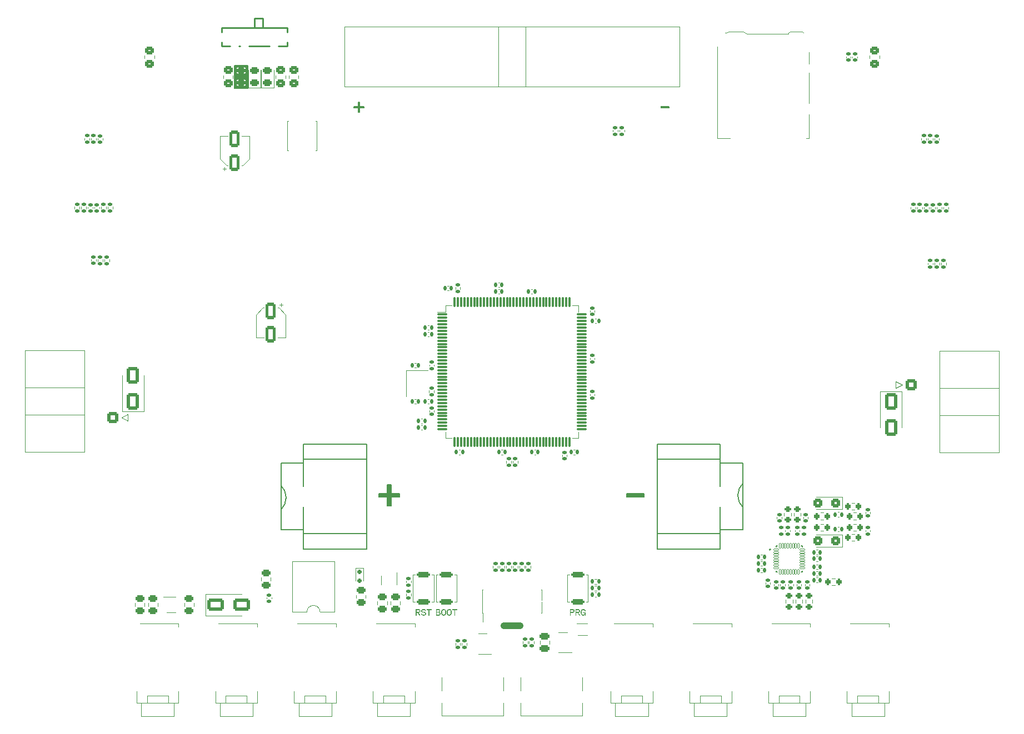
<source format=gbr>
%TF.GenerationSoftware,KiCad,Pcbnew,7.0.8*%
%TF.CreationDate,2023-12-20T15:13:01+01:00*%
%TF.ProjectId,KLST_PANDA,4b4c5354-5f50-4414-9e44-412e6b696361,rev?*%
%TF.SameCoordinates,Original*%
%TF.FileFunction,Legend,Top*%
%TF.FilePolarity,Positive*%
%FSLAX46Y46*%
G04 Gerber Fmt 4.6, Leading zero omitted, Abs format (unit mm)*
G04 Created by KiCad (PCBNEW 7.0.8) date 2023-12-20 15:13:01*
%MOMM*%
%LPD*%
G01*
G04 APERTURE LIST*
G04 Aperture macros list*
%AMRoundRect*
0 Rectangle with rounded corners*
0 $1 Rounding radius*
0 $2 $3 $4 $5 $6 $7 $8 $9 X,Y pos of 4 corners*
0 Add a 4 corners polygon primitive as box body*
4,1,4,$2,$3,$4,$5,$6,$7,$8,$9,$2,$3,0*
0 Add four circle primitives for the rounded corners*
1,1,$1+$1,$2,$3*
1,1,$1+$1,$4,$5*
1,1,$1+$1,$6,$7*
1,1,$1+$1,$8,$9*
0 Add four rect primitives between the rounded corners*
20,1,$1+$1,$2,$3,$4,$5,0*
20,1,$1+$1,$4,$5,$6,$7,0*
20,1,$1+$1,$6,$7,$8,$9,0*
20,1,$1+$1,$8,$9,$2,$3,0*%
G04 Aperture macros list end*
%ADD10C,1.000000*%
%ADD11C,0.150000*%
%ADD12C,1.250000*%
%ADD13C,0.120000*%
%ADD14C,0.127000*%
%ADD15C,0.200000*%
%ADD16C,0.254000*%
%ADD17C,0.152000*%
%ADD18RoundRect,0.140000X-0.170000X0.140000X-0.170000X-0.140000X0.170000X-0.140000X0.170000X0.140000X0*%
%ADD19RoundRect,0.250000X0.550000X-1.050000X0.550000X1.050000X-0.550000X1.050000X-0.550000X-1.050000X0*%
%ADD20R,3.700000X1.100000*%
%ADD21RoundRect,0.140000X0.140000X0.170000X-0.140000X0.170000X-0.140000X-0.170000X0.140000X-0.170000X0*%
%ADD22C,1.400000*%
%ADD23R,2.500000X1.600000*%
%ADD24RoundRect,0.250000X-1.000000X-0.650000X1.000000X-0.650000X1.000000X0.650000X-1.000000X0.650000X0*%
%ADD25RoundRect,0.135000X0.185000X-0.135000X0.185000X0.135000X-0.185000X0.135000X-0.185000X-0.135000X0*%
%ADD26RoundRect,0.140000X0.170000X-0.140000X0.170000X0.140000X-0.170000X0.140000X-0.170000X-0.140000X0*%
%ADD27RoundRect,0.250000X0.450000X0.425000X-0.450000X0.425000X-0.450000X-0.425000X0.450000X-0.425000X0*%
%ADD28RoundRect,0.140000X-0.140000X-0.170000X0.140000X-0.170000X0.140000X0.170000X-0.140000X0.170000X0*%
%ADD29RoundRect,0.200000X-0.275000X0.200000X-0.275000X-0.200000X0.275000X-0.200000X0.275000X0.200000X0*%
%ADD30RoundRect,0.243750X0.456250X-0.243750X0.456250X0.243750X-0.456250X0.243750X-0.456250X-0.243750X0*%
%ADD31R,0.600000X0.250000*%
%ADD32RoundRect,0.135000X-0.185000X0.135000X-0.185000X-0.135000X0.185000X-0.135000X0.185000X0.135000X0*%
%ADD33RoundRect,0.250000X0.650000X-1.000000X0.650000X1.000000X-0.650000X1.000000X-0.650000X-1.000000X0*%
%ADD34R,2.000000X1.780000*%
%ADD35RoundRect,0.150000X0.200000X-0.150000X0.200000X0.150000X-0.200000X0.150000X-0.200000X-0.150000X0*%
%ADD36RoundRect,0.250000X-0.450000X0.350000X-0.450000X-0.350000X0.450000X-0.350000X0.450000X0.350000X0*%
%ADD37RoundRect,0.200000X0.800000X-0.200000X0.800000X0.200000X-0.800000X0.200000X-0.800000X-0.200000X0*%
%ADD38RoundRect,0.250000X0.450000X-0.262500X0.450000X0.262500X-0.450000X0.262500X-0.450000X-0.262500X0*%
%ADD39RoundRect,0.250000X-0.600000X-0.600000X0.600000X-0.600000X0.600000X0.600000X-0.600000X0.600000X0*%
%ADD40C,1.700000*%
%ADD41RoundRect,0.006600X-0.358400X-0.103400X0.358400X-0.103400X0.358400X0.103400X-0.358400X0.103400X0*%
%ADD42RoundRect,0.006600X0.103400X-0.358400X0.103400X0.358400X-0.103400X0.358400X-0.103400X-0.358400X0*%
%ADD43R,2.700000X2.700000*%
%ADD44R,0.650000X0.400000*%
%ADD45RoundRect,0.200000X-0.200000X-0.275000X0.200000X-0.275000X0.200000X0.275000X-0.200000X0.275000X0*%
%ADD46C,0.800000*%
%ADD47C,6.400000*%
%ADD48RoundRect,0.250000X-0.450000X0.262500X-0.450000X-0.262500X0.450000X-0.262500X0.450000X0.262500X0*%
%ADD49RoundRect,0.147500X-0.172500X0.147500X-0.172500X-0.147500X0.172500X-0.147500X0.172500X0.147500X0*%
%ADD50RoundRect,0.075000X-0.662500X-0.075000X0.662500X-0.075000X0.662500X0.075000X-0.662500X0.075000X0*%
%ADD51RoundRect,0.075000X-0.075000X-0.662500X0.075000X-0.662500X0.075000X0.662500X-0.075000X0.662500X0*%
%ADD52RoundRect,0.250000X0.600000X0.600000X-0.600000X0.600000X-0.600000X-0.600000X0.600000X-0.600000X0*%
%ADD53RoundRect,0.200000X0.200000X0.275000X-0.200000X0.275000X-0.200000X-0.275000X0.200000X-0.275000X0*%
%ADD54C,1.000000*%
%ADD55R,1.100000X1.000000*%
%ADD56R,0.900000X1.250000*%
%ADD57R,0.700000X1.200000*%
%ADD58R,1.000000X0.800000*%
%ADD59R,1.000000X1.200000*%
%ADD60R,1.000000X2.800000*%
%ADD61R,1.300000X1.900000*%
%ADD62C,0.650000*%
%ADD63R,0.600000X1.450000*%
%ADD64R,0.300000X1.450000*%
%ADD65O,1.000000X2.100000*%
%ADD66O,1.000000X1.600000*%
%ADD67R,0.400000X0.650000*%
%ADD68RoundRect,0.250000X-0.650000X1.000000X-0.650000X-1.000000X0.650000X-1.000000X0.650000X1.000000X0*%
%ADD69RoundRect,0.250000X-0.550000X1.050000X-0.550000X-1.050000X0.550000X-1.050000X0.550000X1.050000X0*%
%ADD70RoundRect,0.250000X-0.475000X0.250000X-0.475000X-0.250000X0.475000X-0.250000X0.475000X0.250000X0*%
%ADD71R,0.700000X1.000000*%
%ADD72R,0.700000X0.600000*%
%ADD73RoundRect,0.135000X-0.135000X-0.185000X0.135000X-0.185000X0.135000X0.185000X-0.135000X0.185000X0*%
%ADD74R,0.740000X2.400000*%
%ADD75RoundRect,0.250000X0.450000X-0.350000X0.450000X0.350000X-0.450000X0.350000X-0.450000X-0.350000X0*%
%ADD76R,1.200000X1.400000*%
%ADD77C,2.800000*%
%ADD78RoundRect,0.135000X0.135000X0.185000X-0.135000X0.185000X-0.135000X-0.185000X0.135000X-0.185000X0*%
%ADD79O,2.400000X3.800000*%
%ADD80C,1.800000*%
%ADD81C,0.990000*%
%ADD82C,1.750000*%
%ADD83C,4.000000*%
%ADD84C,2.500000*%
G04 APERTURE END LIST*
D10*
X123000000Y-141250000D02*
X125500000Y-141250000D01*
D11*
X82000000Y-55750000D02*
X84000000Y-55750000D01*
X84000000Y-59250000D01*
X82000000Y-59250000D01*
X82000000Y-55750000D01*
G36*
X82000000Y-55750000D02*
G01*
X84000000Y-55750000D01*
X84000000Y-59250000D01*
X82000000Y-59250000D01*
X82000000Y-55750000D01*
G37*
G36*
X101755147Y-62262639D02*
G01*
X101755147Y-62017786D01*
X101720342Y-61982370D01*
X101125000Y-61982370D01*
X101090195Y-61947566D01*
X101090195Y-61353445D01*
X101055391Y-61318030D01*
X100809927Y-61318030D01*
X100775122Y-61353445D01*
X100775122Y-61947566D01*
X100740318Y-61982370D01*
X100144976Y-61982370D01*
X100110171Y-62017786D01*
X100110171Y-62262639D01*
X100144976Y-62297444D01*
X100740318Y-62297444D01*
X100775122Y-62332248D01*
X100775122Y-62924537D01*
X100809927Y-62959342D01*
X101055391Y-62959342D01*
X101090195Y-62924537D01*
X101090195Y-62332248D01*
X101125000Y-62297444D01*
X101720342Y-62297444D01*
X101755147Y-62262639D01*
G37*
G36*
X148250000Y-62262639D02*
G01*
X148250000Y-62017786D01*
X148214584Y-61982370D01*
X146919487Y-61982370D01*
X146884682Y-62017786D01*
X146884682Y-62262639D01*
X146919487Y-62297444D01*
X148214584Y-62297444D01*
X148250000Y-62262639D01*
G37*
G36*
X113051472Y-138680419D02*
G01*
X113065748Y-138681047D01*
X113079897Y-138682107D01*
X113093894Y-138683607D01*
X113107718Y-138685560D01*
X113121345Y-138687974D01*
X113134752Y-138690861D01*
X113147916Y-138694230D01*
X113160814Y-138698091D01*
X113173422Y-138702456D01*
X113185718Y-138707333D01*
X113197679Y-138712734D01*
X113209281Y-138718669D01*
X113220501Y-138725147D01*
X113231317Y-138732180D01*
X113241705Y-138739777D01*
X113251643Y-138747949D01*
X113261106Y-138756705D01*
X113270073Y-138766056D01*
X113278519Y-138776013D01*
X113286423Y-138786586D01*
X113293760Y-138797784D01*
X113300508Y-138809618D01*
X113306643Y-138822098D01*
X113312144Y-138835235D01*
X113316985Y-138849039D01*
X113321145Y-138863520D01*
X113324601Y-138878688D01*
X113327329Y-138894553D01*
X113329306Y-138911126D01*
X113330509Y-138928418D01*
X113330915Y-138946437D01*
X113330270Y-138964514D01*
X113328375Y-138981913D01*
X113325291Y-138998612D01*
X113321080Y-139014592D01*
X113315803Y-139029832D01*
X113309521Y-139044312D01*
X113302295Y-139058011D01*
X113294187Y-139070909D01*
X113285257Y-139082986D01*
X113275567Y-139094221D01*
X113265177Y-139104593D01*
X113254150Y-139114083D01*
X113242546Y-139122670D01*
X113230427Y-139130333D01*
X113217853Y-139137053D01*
X113204886Y-139142808D01*
X113204886Y-139156730D01*
X113220462Y-139162498D01*
X113235631Y-139169284D01*
X113250308Y-139177108D01*
X113264412Y-139185993D01*
X113277861Y-139195960D01*
X113290572Y-139207031D01*
X113302463Y-139219226D01*
X113313452Y-139232568D01*
X113323456Y-139247077D01*
X113332393Y-139262775D01*
X113340181Y-139279685D01*
X113346737Y-139297826D01*
X113349528Y-139307366D01*
X113351980Y-139317221D01*
X113354083Y-139327396D01*
X113355827Y-139337892D01*
X113357201Y-139348712D01*
X113358195Y-139359858D01*
X113358799Y-139371335D01*
X113359003Y-139383143D01*
X113358597Y-139402604D01*
X113357394Y-139421246D01*
X113355416Y-139439081D01*
X113352688Y-139456122D01*
X113349232Y-139472384D01*
X113345072Y-139487879D01*
X113340229Y-139502621D01*
X113334727Y-139516622D01*
X113328590Y-139529896D01*
X113321840Y-139542457D01*
X113314501Y-139554317D01*
X113306594Y-139565490D01*
X113298144Y-139575988D01*
X113289174Y-139585826D01*
X113279705Y-139595016D01*
X113269763Y-139603572D01*
X113259368Y-139611507D01*
X113248546Y-139618834D01*
X113237317Y-139625567D01*
X113225707Y-139631718D01*
X113213737Y-139637300D01*
X113201431Y-139642328D01*
X113188811Y-139646815D01*
X113175901Y-139650772D01*
X113162724Y-139654215D01*
X113149302Y-139657156D01*
X113135660Y-139659607D01*
X113121819Y-139661584D01*
X113107803Y-139663098D01*
X113093635Y-139664163D01*
X113079338Y-139664793D01*
X113064934Y-139665000D01*
X112672925Y-139665000D01*
X112659003Y-139651078D01*
X112659003Y-139524804D01*
X112798954Y-139524804D01*
X112812876Y-139539214D01*
X113051013Y-139539214D01*
X113061337Y-139539088D01*
X113071334Y-139538707D01*
X113090350Y-139537156D01*
X113108059Y-139534523D01*
X113124461Y-139530765D01*
X113139555Y-139525842D01*
X113153340Y-139519714D01*
X113165815Y-139512339D01*
X113176981Y-139503677D01*
X113186835Y-139493687D01*
X113195378Y-139482328D01*
X113202609Y-139469559D01*
X113208526Y-139455340D01*
X113213130Y-139439630D01*
X113216419Y-139422387D01*
X113218394Y-139403572D01*
X113218887Y-139393562D01*
X113219052Y-139383143D01*
X113218886Y-139371415D01*
X113218387Y-139360178D01*
X113217548Y-139349423D01*
X113216365Y-139339143D01*
X113212945Y-139319976D01*
X113208088Y-139302616D01*
X113201752Y-139287000D01*
X113193897Y-139273067D01*
X113184483Y-139260754D01*
X113173470Y-139250000D01*
X113160816Y-139240744D01*
X113146483Y-139232922D01*
X113130428Y-139226473D01*
X113112611Y-139221336D01*
X113103030Y-139219240D01*
X113092994Y-139217448D01*
X113082496Y-139215953D01*
X113071533Y-139214748D01*
X113060100Y-139213824D01*
X113048191Y-139213173D01*
X113035801Y-139212788D01*
X113022925Y-139212662D01*
X112812876Y-139212662D01*
X112798954Y-139226828D01*
X112798954Y-139524804D01*
X112659003Y-139524804D01*
X112659003Y-139072711D01*
X112798954Y-139072711D01*
X112812876Y-139086632D01*
X113022925Y-139086632D01*
X113033270Y-139086549D01*
X113043287Y-139086292D01*
X113062332Y-139085217D01*
X113080062Y-139083322D01*
X113096476Y-139080526D01*
X113111575Y-139076746D01*
X113125359Y-139071898D01*
X113137829Y-139065899D01*
X113148985Y-139058667D01*
X113158826Y-139050118D01*
X113167355Y-139040169D01*
X113174570Y-139028738D01*
X113180473Y-139015741D01*
X113185063Y-139001095D01*
X113188342Y-138984718D01*
X113190308Y-138966526D01*
X113190800Y-138956724D01*
X113190964Y-138946437D01*
X113190800Y-138936171D01*
X113189477Y-138917076D01*
X113186813Y-138899827D01*
X113182786Y-138884342D01*
X113177376Y-138870540D01*
X113170561Y-138858339D01*
X113162321Y-138847656D01*
X113152636Y-138838409D01*
X113141484Y-138830517D01*
X113128844Y-138823899D01*
X113114697Y-138818470D01*
X113099021Y-138814151D01*
X113081795Y-138810859D01*
X113062999Y-138808512D01*
X113053006Y-138807668D01*
X113042612Y-138807028D01*
X113031815Y-138806584D01*
X113020613Y-138806326D01*
X113009003Y-138806242D01*
X112812876Y-138806242D01*
X112798954Y-138820408D01*
X112798954Y-139072711D01*
X112659003Y-139072711D01*
X112659003Y-138694378D01*
X112672925Y-138680212D01*
X113037091Y-138680212D01*
X113051472Y-138680419D01*
G37*
G36*
X113870928Y-138680701D02*
G01*
X113892245Y-138682165D01*
X113912900Y-138684604D01*
X113932892Y-138688017D01*
X113952219Y-138692401D01*
X113970877Y-138697755D01*
X113988864Y-138704078D01*
X114006178Y-138711369D01*
X114022815Y-138719625D01*
X114038774Y-138728846D01*
X114054051Y-138739031D01*
X114068644Y-138750176D01*
X114082550Y-138762283D01*
X114095768Y-138775348D01*
X114108293Y-138789370D01*
X114120125Y-138804349D01*
X114131259Y-138820282D01*
X114141694Y-138837168D01*
X114151426Y-138855006D01*
X114160454Y-138873794D01*
X114168775Y-138893531D01*
X114176386Y-138914215D01*
X114183284Y-138935845D01*
X114189467Y-138958420D01*
X114194932Y-138981938D01*
X114199677Y-139006398D01*
X114203699Y-139031798D01*
X114206996Y-139058136D01*
X114209565Y-139085412D01*
X114211402Y-139113624D01*
X114212507Y-139142771D01*
X114212876Y-139172850D01*
X114212507Y-139202907D01*
X114211402Y-139232030D01*
X114209565Y-139260220D01*
X114206996Y-139287473D01*
X114203699Y-139313789D01*
X114199677Y-139339167D01*
X114194932Y-139363604D01*
X114189467Y-139387101D01*
X114183284Y-139409654D01*
X114176386Y-139431264D01*
X114168775Y-139451928D01*
X114160454Y-139471645D01*
X114151426Y-139490413D01*
X114141694Y-139508232D01*
X114131259Y-139525100D01*
X114120125Y-139541016D01*
X114108293Y-139555977D01*
X114095768Y-139569984D01*
X114082550Y-139583034D01*
X114068644Y-139595126D01*
X114054051Y-139606258D01*
X114038774Y-139616430D01*
X114022815Y-139625639D01*
X114006178Y-139633885D01*
X113988864Y-139641166D01*
X113970877Y-139647481D01*
X113952219Y-139652828D01*
X113932892Y-139657206D01*
X113912900Y-139660614D01*
X113892245Y-139663049D01*
X113870928Y-139664512D01*
X113848954Y-139665000D01*
X113834788Y-139665000D01*
X113812814Y-139664512D01*
X113791497Y-139663049D01*
X113770842Y-139660614D01*
X113750850Y-139657206D01*
X113731523Y-139652828D01*
X113712865Y-139647481D01*
X113694878Y-139641166D01*
X113677564Y-139633885D01*
X113660927Y-139625639D01*
X113644968Y-139616430D01*
X113629691Y-139606258D01*
X113615098Y-139595126D01*
X113601192Y-139583034D01*
X113587974Y-139569984D01*
X113575449Y-139555977D01*
X113563617Y-139541016D01*
X113552483Y-139525100D01*
X113542048Y-139508232D01*
X113532316Y-139490413D01*
X113523288Y-139471645D01*
X113514967Y-139451928D01*
X113507356Y-139431264D01*
X113500458Y-139409654D01*
X113494275Y-139387101D01*
X113488810Y-139363604D01*
X113484065Y-139339167D01*
X113480043Y-139313789D01*
X113476746Y-139287473D01*
X113474177Y-139260220D01*
X113472340Y-139232030D01*
X113471235Y-139202907D01*
X113470866Y-139172850D01*
X113610817Y-139172850D01*
X113611023Y-139195390D01*
X113611642Y-139217215D01*
X113612677Y-139238323D01*
X113614130Y-139258717D01*
X113616004Y-139278395D01*
X113618301Y-139297357D01*
X113621023Y-139315603D01*
X113624174Y-139333135D01*
X113627756Y-139349950D01*
X113631771Y-139366050D01*
X113636222Y-139381435D01*
X113641111Y-139396103D01*
X113646441Y-139410057D01*
X113652214Y-139423294D01*
X113658433Y-139435817D01*
X113665100Y-139447623D01*
X113672218Y-139458714D01*
X113679790Y-139469090D01*
X113687817Y-139478750D01*
X113696302Y-139487694D01*
X113705249Y-139495923D01*
X113714658Y-139503437D01*
X113724534Y-139510234D01*
X113734877Y-139516317D01*
X113745692Y-139521683D01*
X113756980Y-139526334D01*
X113768744Y-139530270D01*
X113780986Y-139533490D01*
X113793709Y-139535994D01*
X113806915Y-139537783D01*
X113820607Y-139538857D01*
X113834788Y-139539214D01*
X113848954Y-139539214D01*
X113863135Y-139538857D01*
X113876827Y-139537783D01*
X113890033Y-139535994D01*
X113902756Y-139533490D01*
X113914998Y-139530270D01*
X113926762Y-139526334D01*
X113938050Y-139521683D01*
X113948865Y-139516317D01*
X113959208Y-139510234D01*
X113969084Y-139503437D01*
X113978493Y-139495923D01*
X113987440Y-139487694D01*
X113995925Y-139478750D01*
X114003952Y-139469090D01*
X114011524Y-139458714D01*
X114018642Y-139447623D01*
X114025309Y-139435817D01*
X114031528Y-139423294D01*
X114037301Y-139410057D01*
X114042631Y-139396103D01*
X114047520Y-139381435D01*
X114051971Y-139366050D01*
X114055986Y-139349950D01*
X114059568Y-139333135D01*
X114062719Y-139315603D01*
X114065441Y-139297357D01*
X114067738Y-139278395D01*
X114069612Y-139258717D01*
X114071065Y-139238323D01*
X114072100Y-139217215D01*
X114072719Y-139195390D01*
X114072925Y-139172850D01*
X114072719Y-139150309D01*
X114072100Y-139128483D01*
X114071065Y-139107371D01*
X114069612Y-139086973D01*
X114067738Y-139067290D01*
X114065441Y-139048321D01*
X114062719Y-139030067D01*
X114059568Y-139012528D01*
X114055986Y-138995703D01*
X114051971Y-138979594D01*
X114047520Y-138964199D01*
X114042631Y-138949520D01*
X114037301Y-138935555D01*
X114031528Y-138922306D01*
X114025309Y-138909773D01*
X114018642Y-138897955D01*
X114011524Y-138886852D01*
X114003952Y-138876465D01*
X113995925Y-138866794D01*
X113987440Y-138857839D01*
X113978493Y-138849599D01*
X113969084Y-138842076D01*
X113959208Y-138835269D01*
X113948865Y-138829178D01*
X113938050Y-138823803D01*
X113926762Y-138819144D01*
X113914998Y-138815202D01*
X113902756Y-138811977D01*
X113890033Y-138809468D01*
X113876827Y-138807676D01*
X113863135Y-138806600D01*
X113848954Y-138806242D01*
X113834788Y-138806242D01*
X113820607Y-138806600D01*
X113806915Y-138807676D01*
X113793709Y-138809468D01*
X113780986Y-138811977D01*
X113768744Y-138815202D01*
X113756980Y-138819144D01*
X113745692Y-138823803D01*
X113734877Y-138829178D01*
X113724534Y-138835269D01*
X113714658Y-138842076D01*
X113705249Y-138849599D01*
X113696302Y-138857839D01*
X113687817Y-138866794D01*
X113679790Y-138876465D01*
X113672218Y-138886852D01*
X113665100Y-138897955D01*
X113658433Y-138909773D01*
X113652214Y-138922306D01*
X113646441Y-138935555D01*
X113641111Y-138949520D01*
X113636222Y-138964199D01*
X113631771Y-138979594D01*
X113627756Y-138995703D01*
X113624174Y-139012528D01*
X113621023Y-139030067D01*
X113618301Y-139048321D01*
X113616004Y-139067290D01*
X113614130Y-139086973D01*
X113612677Y-139107371D01*
X113611642Y-139128483D01*
X113611023Y-139150309D01*
X113610817Y-139172850D01*
X113470866Y-139172850D01*
X113471235Y-139142771D01*
X113472340Y-139113624D01*
X113474177Y-139085412D01*
X113476746Y-139058136D01*
X113480043Y-139031798D01*
X113484065Y-139006398D01*
X113488810Y-138981938D01*
X113494275Y-138958420D01*
X113500458Y-138935845D01*
X113507356Y-138914215D01*
X113514967Y-138893531D01*
X113523288Y-138873794D01*
X113532316Y-138855006D01*
X113542048Y-138837168D01*
X113552483Y-138820282D01*
X113563617Y-138804349D01*
X113575449Y-138789370D01*
X113587974Y-138775348D01*
X113601192Y-138762283D01*
X113615098Y-138750176D01*
X113629691Y-138739031D01*
X113644968Y-138728846D01*
X113660927Y-138719625D01*
X113677564Y-138711369D01*
X113694878Y-138704078D01*
X113712865Y-138697755D01*
X113731523Y-138692401D01*
X113750850Y-138688017D01*
X113770842Y-138684604D01*
X113791497Y-138682165D01*
X113812814Y-138680701D01*
X113834788Y-138680212D01*
X113848954Y-138680212D01*
X113870928Y-138680701D01*
G37*
G36*
X114724801Y-138680701D02*
G01*
X114746118Y-138682165D01*
X114766773Y-138684604D01*
X114786765Y-138688017D01*
X114806092Y-138692401D01*
X114824750Y-138697755D01*
X114842737Y-138704078D01*
X114860051Y-138711369D01*
X114876688Y-138719625D01*
X114892647Y-138728846D01*
X114907924Y-138739031D01*
X114922517Y-138750176D01*
X114936423Y-138762283D01*
X114949641Y-138775348D01*
X114962166Y-138789370D01*
X114973998Y-138804349D01*
X114985132Y-138820282D01*
X114995567Y-138837168D01*
X115005299Y-138855006D01*
X115014327Y-138873794D01*
X115022648Y-138893531D01*
X115030259Y-138914215D01*
X115037157Y-138935845D01*
X115043340Y-138958420D01*
X115048805Y-138981938D01*
X115053550Y-139006398D01*
X115057572Y-139031798D01*
X115060869Y-139058136D01*
X115063438Y-139085412D01*
X115065275Y-139113624D01*
X115066380Y-139142771D01*
X115066749Y-139172850D01*
X115066380Y-139202907D01*
X115065275Y-139232030D01*
X115063438Y-139260220D01*
X115060869Y-139287473D01*
X115057572Y-139313789D01*
X115053550Y-139339167D01*
X115048805Y-139363604D01*
X115043340Y-139387101D01*
X115037157Y-139409654D01*
X115030259Y-139431264D01*
X115022648Y-139451928D01*
X115014327Y-139471645D01*
X115005299Y-139490413D01*
X114995567Y-139508232D01*
X114985132Y-139525100D01*
X114973998Y-139541016D01*
X114962166Y-139555977D01*
X114949641Y-139569984D01*
X114936423Y-139583034D01*
X114922517Y-139595126D01*
X114907924Y-139606258D01*
X114892647Y-139616430D01*
X114876688Y-139625639D01*
X114860051Y-139633885D01*
X114842737Y-139641166D01*
X114824750Y-139647481D01*
X114806092Y-139652828D01*
X114786765Y-139657206D01*
X114766773Y-139660614D01*
X114746118Y-139663049D01*
X114724801Y-139664512D01*
X114702827Y-139665000D01*
X114688661Y-139665000D01*
X114666687Y-139664512D01*
X114645370Y-139663049D01*
X114624715Y-139660614D01*
X114604722Y-139657206D01*
X114585396Y-139652828D01*
X114566738Y-139647481D01*
X114548751Y-139641166D01*
X114531437Y-139633885D01*
X114514800Y-139625639D01*
X114498841Y-139616430D01*
X114483564Y-139606258D01*
X114468971Y-139595126D01*
X114455065Y-139583034D01*
X114441847Y-139569984D01*
X114429322Y-139555977D01*
X114417490Y-139541016D01*
X114406356Y-139525100D01*
X114395921Y-139508232D01*
X114386189Y-139490413D01*
X114377161Y-139471645D01*
X114368840Y-139451928D01*
X114361229Y-139431264D01*
X114354331Y-139409654D01*
X114348148Y-139387101D01*
X114342683Y-139363604D01*
X114337938Y-139339167D01*
X114333916Y-139313789D01*
X114330619Y-139287473D01*
X114328050Y-139260220D01*
X114326213Y-139232030D01*
X114325108Y-139202907D01*
X114324739Y-139172850D01*
X114464690Y-139172850D01*
X114464896Y-139195390D01*
X114465515Y-139217215D01*
X114466550Y-139238323D01*
X114468003Y-139258717D01*
X114469877Y-139278395D01*
X114472174Y-139297357D01*
X114474896Y-139315603D01*
X114478047Y-139333135D01*
X114481629Y-139349950D01*
X114485644Y-139366050D01*
X114490095Y-139381435D01*
X114494984Y-139396103D01*
X114500314Y-139410057D01*
X114506087Y-139423294D01*
X114512306Y-139435817D01*
X114518973Y-139447623D01*
X114526091Y-139458714D01*
X114533663Y-139469090D01*
X114541690Y-139478750D01*
X114550175Y-139487694D01*
X114559122Y-139495923D01*
X114568531Y-139503437D01*
X114578407Y-139510234D01*
X114588750Y-139516317D01*
X114599565Y-139521683D01*
X114610853Y-139526334D01*
X114622617Y-139530270D01*
X114634859Y-139533490D01*
X114647582Y-139535994D01*
X114660788Y-139537783D01*
X114674480Y-139538857D01*
X114688661Y-139539214D01*
X114702827Y-139539214D01*
X114717008Y-139538857D01*
X114730700Y-139537783D01*
X114743906Y-139535994D01*
X114756629Y-139533490D01*
X114768871Y-139530270D01*
X114780635Y-139526334D01*
X114791923Y-139521683D01*
X114802738Y-139516317D01*
X114813081Y-139510234D01*
X114822957Y-139503437D01*
X114832366Y-139495923D01*
X114841313Y-139487694D01*
X114849798Y-139478750D01*
X114857825Y-139469090D01*
X114865397Y-139458714D01*
X114872515Y-139447623D01*
X114879182Y-139435817D01*
X114885401Y-139423294D01*
X114891174Y-139410057D01*
X114896504Y-139396103D01*
X114901393Y-139381435D01*
X114905844Y-139366050D01*
X114909859Y-139349950D01*
X114913441Y-139333135D01*
X114916592Y-139315603D01*
X114919314Y-139297357D01*
X114921611Y-139278395D01*
X114923485Y-139258717D01*
X114924938Y-139238323D01*
X114925973Y-139217215D01*
X114926592Y-139195390D01*
X114926798Y-139172850D01*
X114926592Y-139150309D01*
X114925973Y-139128483D01*
X114924938Y-139107371D01*
X114923485Y-139086973D01*
X114921611Y-139067290D01*
X114919314Y-139048321D01*
X114916592Y-139030067D01*
X114913441Y-139012528D01*
X114909859Y-138995703D01*
X114905844Y-138979594D01*
X114901393Y-138964199D01*
X114896504Y-138949520D01*
X114891174Y-138935555D01*
X114885401Y-138922306D01*
X114879182Y-138909773D01*
X114872515Y-138897955D01*
X114865397Y-138886852D01*
X114857825Y-138876465D01*
X114849798Y-138866794D01*
X114841313Y-138857839D01*
X114832366Y-138849599D01*
X114822957Y-138842076D01*
X114813081Y-138835269D01*
X114802738Y-138829178D01*
X114791923Y-138823803D01*
X114780635Y-138819144D01*
X114768871Y-138815202D01*
X114756629Y-138811977D01*
X114743906Y-138809468D01*
X114730700Y-138807676D01*
X114717008Y-138806600D01*
X114702827Y-138806242D01*
X114688661Y-138806242D01*
X114674480Y-138806600D01*
X114660788Y-138807676D01*
X114647582Y-138809468D01*
X114634859Y-138811977D01*
X114622617Y-138815202D01*
X114610853Y-138819144D01*
X114599565Y-138823803D01*
X114588750Y-138829178D01*
X114578407Y-138835269D01*
X114568531Y-138842076D01*
X114559122Y-138849599D01*
X114550175Y-138857839D01*
X114541690Y-138866794D01*
X114533663Y-138876465D01*
X114526091Y-138886852D01*
X114518973Y-138897955D01*
X114512306Y-138909773D01*
X114506087Y-138922306D01*
X114500314Y-138935555D01*
X114494984Y-138949520D01*
X114490095Y-138964199D01*
X114485644Y-138979594D01*
X114481629Y-138995703D01*
X114478047Y-139012528D01*
X114474896Y-139030067D01*
X114472174Y-139048321D01*
X114469877Y-139067290D01*
X114468003Y-139086973D01*
X114466550Y-139107371D01*
X114465515Y-139128483D01*
X114464896Y-139150309D01*
X114464690Y-139172850D01*
X114324739Y-139172850D01*
X114325108Y-139142771D01*
X114326213Y-139113624D01*
X114328050Y-139085412D01*
X114330619Y-139058136D01*
X114333916Y-139031798D01*
X114337938Y-139006398D01*
X114342683Y-138981938D01*
X114348148Y-138958420D01*
X114354331Y-138935845D01*
X114361229Y-138914215D01*
X114368840Y-138893531D01*
X114377161Y-138873794D01*
X114386189Y-138855006D01*
X114395921Y-138837168D01*
X114406356Y-138820282D01*
X114417490Y-138804349D01*
X114429322Y-138789370D01*
X114441847Y-138775348D01*
X114455065Y-138762283D01*
X114468971Y-138750176D01*
X114483564Y-138739031D01*
X114498841Y-138728846D01*
X114514800Y-138719625D01*
X114531437Y-138711369D01*
X114548751Y-138704078D01*
X114566738Y-138697755D01*
X114585396Y-138692401D01*
X114604722Y-138688017D01*
X114624715Y-138684604D01*
X114645370Y-138682165D01*
X114666687Y-138680701D01*
X114688661Y-138680212D01*
X114702827Y-138680212D01*
X114724801Y-138680701D01*
G37*
G36*
X115920622Y-138792320D02*
G01*
X115920622Y-138694378D01*
X115906700Y-138680212D01*
X115178612Y-138680212D01*
X115164446Y-138694378D01*
X115164446Y-138792320D01*
X115178612Y-138806242D01*
X115458514Y-138806242D01*
X115472680Y-138820408D01*
X115472680Y-139651078D01*
X115486602Y-139665000D01*
X115598710Y-139665000D01*
X115612632Y-139651078D01*
X115612632Y-138820408D01*
X115626553Y-138806242D01*
X115906700Y-138806242D01*
X115920622Y-138792320D01*
G37*
D12*
G36*
X107223133Y-121577076D02*
G01*
X107223133Y-121055617D01*
X107130321Y-120961584D01*
X105939637Y-120961584D01*
X105893231Y-120915177D01*
X105893231Y-119726936D01*
X105800419Y-119632903D01*
X105277739Y-119632903D01*
X105184927Y-119726936D01*
X105184927Y-120915177D01*
X105138521Y-120961584D01*
X103947837Y-120961584D01*
X103855024Y-121055617D01*
X103855024Y-121577076D01*
X103947837Y-121669888D01*
X105138521Y-121669888D01*
X105184927Y-121716294D01*
X105184927Y-122900872D01*
X105277739Y-122993684D01*
X105800419Y-122993684D01*
X105893231Y-122900872D01*
X105893231Y-121716294D01*
X105939637Y-121669888D01*
X107130321Y-121669888D01*
X107223133Y-121577076D01*
G37*
D11*
G36*
X109982184Y-138680459D02*
G01*
X109999923Y-138681204D01*
X110017231Y-138682452D01*
X110034099Y-138684208D01*
X110050516Y-138686479D01*
X110066473Y-138689269D01*
X110081959Y-138692583D01*
X110096964Y-138696428D01*
X110111477Y-138700808D01*
X110125488Y-138705729D01*
X110138987Y-138711197D01*
X110151963Y-138717217D01*
X110164407Y-138723793D01*
X110176308Y-138730933D01*
X110187655Y-138738640D01*
X110198439Y-138746921D01*
X110208649Y-138755781D01*
X110218275Y-138765225D01*
X110227306Y-138775259D01*
X110235733Y-138785888D01*
X110243544Y-138797117D01*
X110250731Y-138808953D01*
X110257281Y-138821400D01*
X110263186Y-138834463D01*
X110268435Y-138848149D01*
X110273017Y-138862462D01*
X110276923Y-138877408D01*
X110280141Y-138892993D01*
X110282662Y-138909222D01*
X110284476Y-138926099D01*
X110285571Y-138943632D01*
X110285939Y-138961824D01*
X110285694Y-138976179D01*
X110284965Y-138990118D01*
X110283758Y-139003645D01*
X110282083Y-139016763D01*
X110279945Y-139029473D01*
X110277354Y-139041780D01*
X110274317Y-139053686D01*
X110270842Y-139065192D01*
X110266935Y-139076304D01*
X110262606Y-139087022D01*
X110257861Y-139097350D01*
X110252708Y-139107291D01*
X110247156Y-139116847D01*
X110241211Y-139126021D01*
X110234882Y-139134817D01*
X110228175Y-139143236D01*
X110221100Y-139151281D01*
X110213663Y-139158956D01*
X110205872Y-139166263D01*
X110197735Y-139173204D01*
X110189259Y-139179783D01*
X110180453Y-139186003D01*
X110171324Y-139191865D01*
X110161879Y-139197374D01*
X110152126Y-139202531D01*
X110142074Y-139207339D01*
X110131729Y-139211802D01*
X110121100Y-139215922D01*
X110110193Y-139219701D01*
X110099018Y-139223143D01*
X110087581Y-139226251D01*
X110075890Y-139229026D01*
X110075890Y-139242948D01*
X110272017Y-139552648D01*
X110272017Y-139651078D01*
X110257851Y-139665000D01*
X110201919Y-139665000D01*
X110173831Y-139651078D01*
X109922017Y-139257114D01*
X109893929Y-139242948D01*
X109739812Y-139242948D01*
X109725890Y-139257114D01*
X109725890Y-139651078D01*
X109711968Y-139665000D01*
X109599861Y-139665000D01*
X109585939Y-139651078D01*
X109585939Y-139102997D01*
X109725890Y-139102997D01*
X109739812Y-139117163D01*
X109964027Y-139117163D01*
X109975616Y-139117037D01*
X109986799Y-139116658D01*
X109997580Y-139116019D01*
X110007960Y-139115116D01*
X110027528Y-139112497D01*
X110045524Y-139108759D01*
X110061967Y-139103862D01*
X110076877Y-139097766D01*
X110090274Y-139090428D01*
X110102177Y-139081809D01*
X110112606Y-139071867D01*
X110121580Y-139060562D01*
X110129120Y-139047854D01*
X110135245Y-139033700D01*
X110139974Y-139018062D01*
X110143328Y-139000897D01*
X110145326Y-138982164D01*
X110145823Y-138972198D01*
X110145988Y-138961824D01*
X110145823Y-138951429D01*
X110144495Y-138931857D01*
X110141822Y-138913879D01*
X110137783Y-138897452D01*
X110132358Y-138882535D01*
X110125528Y-138869087D01*
X110117273Y-138857068D01*
X110107574Y-138846435D01*
X110096411Y-138837149D01*
X110083763Y-138829166D01*
X110069612Y-138822448D01*
X110053938Y-138816952D01*
X110036721Y-138812636D01*
X110017941Y-138809461D01*
X110007960Y-138808289D01*
X109997580Y-138807385D01*
X109986799Y-138806747D01*
X109975616Y-138806367D01*
X109964027Y-138806242D01*
X109739812Y-138806242D01*
X109725890Y-138820408D01*
X109725890Y-139102997D01*
X109585939Y-139102997D01*
X109585939Y-138694378D01*
X109599861Y-138680212D01*
X109964027Y-138680212D01*
X109982184Y-138680459D01*
G37*
G36*
X111153734Y-139389738D02*
G01*
X111153326Y-139372301D01*
X111152114Y-139355563D01*
X111150113Y-139339510D01*
X111147338Y-139324126D01*
X111143804Y-139309397D01*
X111139527Y-139295308D01*
X111134523Y-139281844D01*
X111128806Y-139268990D01*
X111122392Y-139256732D01*
X111115296Y-139245054D01*
X111107535Y-139233941D01*
X111099123Y-139223380D01*
X111090075Y-139213354D01*
X111080407Y-139203850D01*
X111070135Y-139194851D01*
X111059273Y-139186345D01*
X111047837Y-139178314D01*
X111035843Y-139170746D01*
X111023306Y-139163624D01*
X111010241Y-139156934D01*
X110996664Y-139150662D01*
X110982590Y-139144792D01*
X110968034Y-139139309D01*
X110953012Y-139134199D01*
X110937539Y-139129446D01*
X110921631Y-139125037D01*
X110905303Y-139120956D01*
X110888570Y-139117188D01*
X110871448Y-139113718D01*
X110853952Y-139110532D01*
X110836097Y-139107614D01*
X110817900Y-139104951D01*
X110799880Y-139102407D01*
X110782589Y-139099847D01*
X110766016Y-139097258D01*
X110750151Y-139094625D01*
X110734983Y-139091931D01*
X110720502Y-139089163D01*
X110706698Y-139086305D01*
X110693561Y-139083343D01*
X110681081Y-139080261D01*
X110669246Y-139077045D01*
X110658048Y-139073679D01*
X110647476Y-139070149D01*
X110637519Y-139066440D01*
X110628168Y-139062536D01*
X110611240Y-139054087D01*
X110596610Y-139044682D01*
X110584197Y-139034201D01*
X110573918Y-139022526D01*
X110565692Y-139009536D01*
X110559437Y-138995112D01*
X110555070Y-138979134D01*
X110552510Y-138961484D01*
X110551675Y-138942041D01*
X110552493Y-138927112D01*
X110554933Y-138912854D01*
X110558975Y-138899306D01*
X110564597Y-138886510D01*
X110571779Y-138874504D01*
X110580501Y-138863331D01*
X110590740Y-138853030D01*
X110602478Y-138843641D01*
X110615692Y-138835206D01*
X110630362Y-138827764D01*
X110646468Y-138821356D01*
X110663989Y-138816023D01*
X110682903Y-138811804D01*
X110692876Y-138810126D01*
X110703191Y-138808741D01*
X110713843Y-138807655D01*
X110724831Y-138806873D01*
X110736151Y-138806400D01*
X110747802Y-138806242D01*
X110764494Y-138806401D01*
X110780460Y-138806880D01*
X110795713Y-138807677D01*
X110810267Y-138808794D01*
X110824133Y-138810229D01*
X110837325Y-138811983D01*
X110849856Y-138814055D01*
X110861738Y-138816446D01*
X110872984Y-138819156D01*
X110883607Y-138822184D01*
X110893620Y-138825530D01*
X110903036Y-138829194D01*
X110920127Y-138837476D01*
X110934984Y-138847030D01*
X110947708Y-138857855D01*
X110958402Y-138869950D01*
X110967169Y-138883314D01*
X110974112Y-138897947D01*
X110979334Y-138913848D01*
X110982936Y-138931016D01*
X110985022Y-138949451D01*
X110985695Y-138969152D01*
X110999861Y-138982829D01*
X111111724Y-138982829D01*
X111125890Y-138969152D01*
X111125442Y-138950293D01*
X111124108Y-138932137D01*
X111121907Y-138914675D01*
X111118858Y-138897902D01*
X111114977Y-138881810D01*
X111110283Y-138866392D01*
X111104794Y-138851643D01*
X111098527Y-138837554D01*
X111091502Y-138824120D01*
X111083735Y-138811334D01*
X111075245Y-138799188D01*
X111066050Y-138787677D01*
X111056167Y-138776793D01*
X111045615Y-138766529D01*
X111034412Y-138756880D01*
X111022575Y-138747837D01*
X111010123Y-138739395D01*
X110997074Y-138731546D01*
X110983445Y-138724285D01*
X110969255Y-138717603D01*
X110954521Y-138711495D01*
X110939262Y-138705953D01*
X110923495Y-138700971D01*
X110907239Y-138696542D01*
X110890511Y-138692660D01*
X110873330Y-138689317D01*
X110855713Y-138686507D01*
X110837679Y-138684223D01*
X110819245Y-138682458D01*
X110800429Y-138681206D01*
X110781249Y-138680460D01*
X110761724Y-138680212D01*
X110738543Y-138680617D01*
X110716255Y-138681811D01*
X110694850Y-138683766D01*
X110674316Y-138686454D01*
X110654645Y-138689845D01*
X110635825Y-138693910D01*
X110617847Y-138698621D01*
X110600699Y-138703950D01*
X110584372Y-138709866D01*
X110568856Y-138716342D01*
X110554140Y-138723348D01*
X110540214Y-138730856D01*
X110527067Y-138738838D01*
X110514690Y-138747263D01*
X110503072Y-138756104D01*
X110492202Y-138765331D01*
X110482071Y-138774916D01*
X110472668Y-138784830D01*
X110463983Y-138795044D01*
X110456005Y-138805530D01*
X110448725Y-138816258D01*
X110442132Y-138827200D01*
X110436216Y-138838327D01*
X110430966Y-138849610D01*
X110426372Y-138861020D01*
X110422424Y-138872529D01*
X110419112Y-138884108D01*
X110416425Y-138895728D01*
X110414353Y-138907360D01*
X110412885Y-138918975D01*
X110412013Y-138930545D01*
X110411724Y-138942041D01*
X110412091Y-138957075D01*
X110413187Y-138971637D01*
X110415001Y-138985731D01*
X110417522Y-138999361D01*
X110420741Y-139012534D01*
X110424647Y-139025254D01*
X110429231Y-139037526D01*
X110434481Y-139049355D01*
X110440387Y-139060746D01*
X110446940Y-139071704D01*
X110454128Y-139082234D01*
X110461943Y-139092342D01*
X110470373Y-139102031D01*
X110479409Y-139111308D01*
X110489039Y-139120176D01*
X110499254Y-139128642D01*
X110510044Y-139136710D01*
X110521399Y-139144385D01*
X110533307Y-139151673D01*
X110545759Y-139158577D01*
X110558745Y-139165104D01*
X110572255Y-139171258D01*
X110586277Y-139177044D01*
X110600802Y-139182467D01*
X110615820Y-139187533D01*
X110631321Y-139192246D01*
X110647293Y-139196611D01*
X110663728Y-139200633D01*
X110680614Y-139204317D01*
X110697942Y-139207669D01*
X110715700Y-139210693D01*
X110733880Y-139213394D01*
X110751917Y-139215939D01*
X110769304Y-139218501D01*
X110786046Y-139221098D01*
X110802147Y-139223747D01*
X110817613Y-139226465D01*
X110832450Y-139229271D01*
X110846661Y-139232181D01*
X110860253Y-139235212D01*
X110873230Y-139238383D01*
X110885598Y-139241710D01*
X110897361Y-139245212D01*
X110908524Y-139248905D01*
X110919094Y-139252806D01*
X110929074Y-139256934D01*
X110938470Y-139261305D01*
X110947287Y-139265937D01*
X110963205Y-139276054D01*
X110976869Y-139287423D01*
X110988318Y-139300185D01*
X110997594Y-139314477D01*
X111004738Y-139330439D01*
X111009790Y-139348210D01*
X111012791Y-139367930D01*
X111013536Y-139378564D01*
X111013783Y-139389738D01*
X111013498Y-139399729D01*
X111011258Y-139418538D01*
X111006876Y-139435816D01*
X111000454Y-139451601D01*
X110992095Y-139465934D01*
X110981900Y-139478854D01*
X110969974Y-139490401D01*
X110956416Y-139500615D01*
X110941331Y-139509535D01*
X110924820Y-139517202D01*
X110906985Y-139523654D01*
X110897604Y-139526437D01*
X110887930Y-139528932D01*
X110877976Y-139531143D01*
X110867755Y-139533075D01*
X110857281Y-139534734D01*
X110846564Y-139536124D01*
X110835620Y-139537250D01*
X110824459Y-139538117D01*
X110813096Y-139538730D01*
X110801543Y-139539094D01*
X110789812Y-139539214D01*
X110774264Y-139539054D01*
X110759133Y-139538570D01*
X110744422Y-139537756D01*
X110730137Y-139536609D01*
X110716284Y-139535124D01*
X110702867Y-139533294D01*
X110689891Y-139531117D01*
X110677361Y-139528586D01*
X110665283Y-139525697D01*
X110653661Y-139522445D01*
X110642502Y-139518825D01*
X110631809Y-139514833D01*
X110621588Y-139510462D01*
X110611844Y-139505710D01*
X110602582Y-139500569D01*
X110593807Y-139495037D01*
X110585525Y-139489107D01*
X110577740Y-139482776D01*
X110570457Y-139476037D01*
X110563682Y-139468887D01*
X110557420Y-139461320D01*
X110551675Y-139453332D01*
X110546454Y-139444917D01*
X110541760Y-139436071D01*
X110537600Y-139426789D01*
X110533978Y-139417066D01*
X110530899Y-139406897D01*
X110528368Y-139396278D01*
X110526391Y-139385202D01*
X110524972Y-139373666D01*
X110524118Y-139361665D01*
X110523831Y-139349193D01*
X110509665Y-139335516D01*
X110397802Y-139335516D01*
X110383636Y-139349193D01*
X110384085Y-139368043D01*
X110385425Y-139386349D01*
X110387642Y-139404108D01*
X110390723Y-139421317D01*
X110394657Y-139437972D01*
X110399429Y-139454069D01*
X110405027Y-139469605D01*
X110411438Y-139484577D01*
X110418649Y-139498979D01*
X110426648Y-139512810D01*
X110435422Y-139526064D01*
X110444958Y-139538740D01*
X110455242Y-139550832D01*
X110466263Y-139562338D01*
X110478007Y-139573253D01*
X110490462Y-139583575D01*
X110503614Y-139593299D01*
X110517451Y-139602422D01*
X110531960Y-139610941D01*
X110547128Y-139618850D01*
X110562943Y-139626148D01*
X110579391Y-139632831D01*
X110596460Y-139638894D01*
X110614136Y-139644334D01*
X110632408Y-139649148D01*
X110651262Y-139653332D01*
X110670685Y-139656882D01*
X110690664Y-139659795D01*
X110711187Y-139662066D01*
X110732241Y-139663693D01*
X110753813Y-139664672D01*
X110775890Y-139665000D01*
X110800375Y-139664634D01*
X110823966Y-139663550D01*
X110846668Y-139661767D01*
X110868491Y-139659303D01*
X110889442Y-139656176D01*
X110909528Y-139652406D01*
X110928758Y-139648011D01*
X110947139Y-139643010D01*
X110964678Y-139637421D01*
X110981385Y-139631264D01*
X110997265Y-139624557D01*
X111012328Y-139617318D01*
X111026581Y-139609566D01*
X111040031Y-139601321D01*
X111052686Y-139592600D01*
X111064555Y-139583422D01*
X111075644Y-139573807D01*
X111085961Y-139563772D01*
X111095515Y-139553337D01*
X111104313Y-139542520D01*
X111112363Y-139531340D01*
X111119672Y-139519816D01*
X111126248Y-139507965D01*
X111132099Y-139495808D01*
X111137233Y-139483362D01*
X111141657Y-139470647D01*
X111145379Y-139457680D01*
X111148408Y-139444482D01*
X111150749Y-139431069D01*
X111152413Y-139417462D01*
X111153405Y-139403679D01*
X111153734Y-139389738D01*
G37*
G36*
X111993685Y-138792320D02*
G01*
X111993685Y-138694378D01*
X111979763Y-138680212D01*
X111251675Y-138680212D01*
X111237509Y-138694378D01*
X111237509Y-138792320D01*
X111251675Y-138806242D01*
X111531577Y-138806242D01*
X111545743Y-138820408D01*
X111545743Y-139651078D01*
X111559665Y-139665000D01*
X111671773Y-139665000D01*
X111685695Y-139651078D01*
X111685695Y-138820408D01*
X111699616Y-138806242D01*
X111979763Y-138806242D01*
X111993685Y-138792320D01*
G37*
D12*
G36*
X144443475Y-121577076D02*
G01*
X144443475Y-121055617D01*
X144349442Y-120961584D01*
X141727495Y-120961584D01*
X141634682Y-121055617D01*
X141634682Y-121577076D01*
X141727495Y-121669888D01*
X144349442Y-121669888D01*
X144443475Y-121577076D01*
G37*
D11*
G36*
X133477299Y-138680459D02*
G01*
X133495037Y-138681204D01*
X133512346Y-138682452D01*
X133529214Y-138684208D01*
X133545631Y-138686479D01*
X133561588Y-138689269D01*
X133577074Y-138692583D01*
X133592078Y-138696428D01*
X133606591Y-138700808D01*
X133620603Y-138705729D01*
X133634101Y-138711197D01*
X133647078Y-138717217D01*
X133659522Y-138723793D01*
X133671422Y-138730933D01*
X133682770Y-138738640D01*
X133693554Y-138746921D01*
X133703764Y-138755781D01*
X133713390Y-138765225D01*
X133722421Y-138775259D01*
X133730848Y-138785888D01*
X133738659Y-138797117D01*
X133745845Y-138808953D01*
X133752396Y-138821400D01*
X133758301Y-138834463D01*
X133763550Y-138848149D01*
X133768132Y-138862462D01*
X133772037Y-138877408D01*
X133775256Y-138892993D01*
X133777777Y-138909222D01*
X133779591Y-138926099D01*
X133780686Y-138943632D01*
X133781054Y-138961824D01*
X133780647Y-138979994D01*
X133779438Y-138997503D01*
X133777444Y-139014358D01*
X133774685Y-139030564D01*
X133771177Y-139046127D01*
X133766939Y-139061051D01*
X133761988Y-139075342D01*
X133756343Y-139089006D01*
X133750022Y-139102048D01*
X133743041Y-139114474D01*
X133735420Y-139126289D01*
X133727177Y-139137499D01*
X133718328Y-139148108D01*
X133708893Y-139158123D01*
X133698888Y-139167549D01*
X133688333Y-139176392D01*
X133677245Y-139184656D01*
X133665641Y-139192347D01*
X133653540Y-139199471D01*
X133640960Y-139206034D01*
X133627918Y-139212040D01*
X133614434Y-139217495D01*
X133600523Y-139222405D01*
X133586205Y-139226774D01*
X133571498Y-139230610D01*
X133556418Y-139233916D01*
X133540985Y-139236698D01*
X133525216Y-139238963D01*
X133509130Y-139240714D01*
X133492743Y-139241959D01*
X133476074Y-139242702D01*
X133459142Y-139242948D01*
X133221005Y-139242948D01*
X133207083Y-139257114D01*
X133207083Y-139651078D01*
X133193161Y-139665000D01*
X133081054Y-139665000D01*
X133067132Y-139651078D01*
X133067132Y-139102997D01*
X133207083Y-139102997D01*
X133221005Y-139117163D01*
X133459142Y-139117163D01*
X133470752Y-139117037D01*
X133481954Y-139116658D01*
X133492751Y-139116019D01*
X133503144Y-139115116D01*
X133522733Y-139112497D01*
X133540742Y-139108759D01*
X133557190Y-139103862D01*
X133572099Y-139097766D01*
X133585490Y-139090428D01*
X133597383Y-139081809D01*
X133607799Y-139071867D01*
X133616759Y-139060562D01*
X133624284Y-139047854D01*
X133630394Y-139033700D01*
X133635110Y-139018062D01*
X133638453Y-139000897D01*
X133640444Y-138982164D01*
X133640938Y-138972198D01*
X133641103Y-138961824D01*
X133640938Y-138951429D01*
X133639616Y-138931857D01*
X133636952Y-138913879D01*
X133632925Y-138897452D01*
X133627515Y-138882535D01*
X133620700Y-138869087D01*
X133612460Y-138857068D01*
X133602775Y-138846435D01*
X133591622Y-138837149D01*
X133578983Y-138829166D01*
X133564836Y-138822448D01*
X133549160Y-138816952D01*
X133531934Y-138812636D01*
X133513138Y-138809461D01*
X133503144Y-138808289D01*
X133492751Y-138807385D01*
X133481954Y-138806747D01*
X133470752Y-138806367D01*
X133459142Y-138806242D01*
X133221005Y-138806242D01*
X133207083Y-138820408D01*
X133207083Y-139102997D01*
X133067132Y-139102997D01*
X133067132Y-138694378D01*
X133081054Y-138680212D01*
X133459142Y-138680212D01*
X133477299Y-138680459D01*
G37*
G36*
X134317250Y-138680459D02*
G01*
X134334989Y-138681204D01*
X134352297Y-138682452D01*
X134369165Y-138684208D01*
X134385582Y-138686479D01*
X134401539Y-138689269D01*
X134417025Y-138692583D01*
X134432030Y-138696428D01*
X134446543Y-138700808D01*
X134460554Y-138705729D01*
X134474053Y-138711197D01*
X134487029Y-138717217D01*
X134499473Y-138723793D01*
X134511374Y-138730933D01*
X134522721Y-138738640D01*
X134533505Y-138746921D01*
X134543715Y-138755781D01*
X134553341Y-138765225D01*
X134562372Y-138775259D01*
X134570799Y-138785888D01*
X134578610Y-138797117D01*
X134585797Y-138808953D01*
X134592347Y-138821400D01*
X134598252Y-138834463D01*
X134603501Y-138848149D01*
X134608083Y-138862462D01*
X134611989Y-138877408D01*
X134615207Y-138892993D01*
X134617728Y-138909222D01*
X134619542Y-138926099D01*
X134620637Y-138943632D01*
X134621005Y-138961824D01*
X134620760Y-138976179D01*
X134620031Y-138990118D01*
X134618824Y-139003645D01*
X134617149Y-139016763D01*
X134615011Y-139029473D01*
X134612420Y-139041780D01*
X134609383Y-139053686D01*
X134605908Y-139065192D01*
X134602001Y-139076304D01*
X134597672Y-139087022D01*
X134592927Y-139097350D01*
X134587774Y-139107291D01*
X134582222Y-139116847D01*
X134576277Y-139126021D01*
X134569948Y-139134817D01*
X134563241Y-139143236D01*
X134556166Y-139151281D01*
X134548729Y-139158956D01*
X134540938Y-139166263D01*
X134532801Y-139173204D01*
X134524325Y-139179783D01*
X134515519Y-139186003D01*
X134506390Y-139191865D01*
X134496945Y-139197374D01*
X134487192Y-139202531D01*
X134477140Y-139207339D01*
X134466795Y-139211802D01*
X134456166Y-139215922D01*
X134445259Y-139219701D01*
X134434084Y-139223143D01*
X134422647Y-139226251D01*
X134410956Y-139229026D01*
X134410956Y-139242948D01*
X134607083Y-139552648D01*
X134607083Y-139651078D01*
X134592917Y-139665000D01*
X134536985Y-139665000D01*
X134508897Y-139651078D01*
X134257083Y-139257114D01*
X134228995Y-139242948D01*
X134074878Y-139242948D01*
X134060956Y-139257114D01*
X134060956Y-139651078D01*
X134047034Y-139665000D01*
X133934927Y-139665000D01*
X133921005Y-139651078D01*
X133921005Y-139102997D01*
X134060956Y-139102997D01*
X134074878Y-139117163D01*
X134299093Y-139117163D01*
X134310682Y-139117037D01*
X134321865Y-139116658D01*
X134332646Y-139116019D01*
X134343026Y-139115116D01*
X134362594Y-139112497D01*
X134380590Y-139108759D01*
X134397033Y-139103862D01*
X134411943Y-139097766D01*
X134425340Y-139090428D01*
X134437243Y-139081809D01*
X134447672Y-139071867D01*
X134456646Y-139060562D01*
X134464186Y-139047854D01*
X134470311Y-139033700D01*
X134475040Y-139018062D01*
X134478394Y-139000897D01*
X134480392Y-138982164D01*
X134480889Y-138972198D01*
X134481054Y-138961824D01*
X134480889Y-138951429D01*
X134479561Y-138931857D01*
X134476888Y-138913879D01*
X134472849Y-138897452D01*
X134467424Y-138882535D01*
X134460594Y-138869087D01*
X134452339Y-138857068D01*
X134442640Y-138846435D01*
X134431477Y-138837149D01*
X134418829Y-138829166D01*
X134404678Y-138822448D01*
X134389004Y-138816952D01*
X134371787Y-138812636D01*
X134353007Y-138809461D01*
X134343026Y-138808289D01*
X134332646Y-138807385D01*
X134321865Y-138806747D01*
X134310682Y-138806367D01*
X134299093Y-138806242D01*
X134074878Y-138806242D01*
X134060956Y-138820408D01*
X134060956Y-139102997D01*
X133921005Y-139102997D01*
X133921005Y-138694378D01*
X133934927Y-138680212D01*
X134299093Y-138680212D01*
X134317250Y-138680459D01*
G37*
G36*
X135320761Y-139327212D02*
G01*
X135320516Y-139339467D01*
X135319786Y-139351408D01*
X135318580Y-139363030D01*
X135316905Y-139374329D01*
X135314768Y-139385298D01*
X135312178Y-139395934D01*
X135309142Y-139406231D01*
X135305667Y-139416185D01*
X135301762Y-139425790D01*
X135297435Y-139435042D01*
X135292693Y-139443935D01*
X135287543Y-139452465D01*
X135281994Y-139460627D01*
X135276053Y-139468416D01*
X135263028Y-139482855D01*
X135248528Y-139495743D01*
X135232616Y-139507040D01*
X135224150Y-139512080D01*
X135215354Y-139516707D01*
X135206236Y-139520917D01*
X135196804Y-139524705D01*
X135187065Y-139528065D01*
X135177027Y-139530994D01*
X135166698Y-139533485D01*
X135156085Y-139535535D01*
X135145197Y-139537137D01*
X135134041Y-139538288D01*
X135122625Y-139538982D01*
X135110956Y-139539214D01*
X135096713Y-139538903D01*
X135082884Y-139537961D01*
X135069470Y-139536382D01*
X135056475Y-139534158D01*
X135043901Y-139531279D01*
X135031750Y-139527738D01*
X135020025Y-139523527D01*
X135008729Y-139518637D01*
X134997864Y-139513060D01*
X134987432Y-139506788D01*
X134977437Y-139499812D01*
X134967881Y-139492125D01*
X134958766Y-139483718D01*
X134950094Y-139474583D01*
X134941870Y-139464712D01*
X134934094Y-139454096D01*
X134926769Y-139442727D01*
X134919899Y-139430597D01*
X134913485Y-139417699D01*
X134907531Y-139404022D01*
X134902038Y-139389560D01*
X134897009Y-139374304D01*
X134892448Y-139358246D01*
X134888355Y-139341378D01*
X134884735Y-139323691D01*
X134881589Y-139305177D01*
X134878920Y-139285828D01*
X134876730Y-139265636D01*
X134875023Y-139244592D01*
X134873800Y-139222689D01*
X134873065Y-139199917D01*
X134872819Y-139176270D01*
X134873026Y-139152279D01*
X134873651Y-139129167D01*
X134874702Y-139106926D01*
X134876187Y-139085547D01*
X134878113Y-139065024D01*
X134880488Y-139045348D01*
X134883319Y-139026512D01*
X134886615Y-139008509D01*
X134890383Y-138991330D01*
X134894630Y-138974969D01*
X134899365Y-138959416D01*
X134904594Y-138944666D01*
X134910326Y-138930709D01*
X134916568Y-138917539D01*
X134923328Y-138905148D01*
X134930613Y-138893528D01*
X134938432Y-138882671D01*
X134946791Y-138872571D01*
X134955698Y-138863218D01*
X134965162Y-138854606D01*
X134975189Y-138846727D01*
X134985787Y-138839573D01*
X134996965Y-138833137D01*
X135008729Y-138827411D01*
X135021087Y-138822387D01*
X135034048Y-138818057D01*
X135047617Y-138814415D01*
X135061805Y-138811452D01*
X135076616Y-138809161D01*
X135092061Y-138807534D01*
X135108145Y-138806563D01*
X135124878Y-138806242D01*
X135137713Y-138806441D01*
X135149988Y-138807033D01*
X135161714Y-138808011D01*
X135172905Y-138809368D01*
X135183573Y-138811095D01*
X135193731Y-138813186D01*
X135203392Y-138815632D01*
X135221274Y-138821563D01*
X135237320Y-138828828D01*
X135251634Y-138837367D01*
X135264318Y-138847121D01*
X135275473Y-138858029D01*
X135285203Y-138870032D01*
X135293609Y-138883071D01*
X135300795Y-138897085D01*
X135306861Y-138912014D01*
X135311911Y-138927800D01*
X135316047Y-138944382D01*
X135319371Y-138961700D01*
X135320761Y-138970617D01*
X135334927Y-138984295D01*
X135446790Y-138984295D01*
X135460956Y-138970617D01*
X135459461Y-138957729D01*
X135457616Y-138944775D01*
X135455399Y-138931789D01*
X135452786Y-138918799D01*
X135449754Y-138905838D01*
X135446280Y-138892936D01*
X135442341Y-138880125D01*
X135437913Y-138867436D01*
X135432974Y-138854899D01*
X135427500Y-138842547D01*
X135421468Y-138830409D01*
X135414854Y-138818517D01*
X135407637Y-138806903D01*
X135399792Y-138795596D01*
X135391296Y-138784629D01*
X135382127Y-138774032D01*
X135372260Y-138763837D01*
X135361674Y-138754074D01*
X135350344Y-138744774D01*
X135338248Y-138735970D01*
X135325362Y-138727691D01*
X135311663Y-138719969D01*
X135297129Y-138712835D01*
X135281735Y-138706320D01*
X135265459Y-138700455D01*
X135248278Y-138695271D01*
X135230168Y-138690799D01*
X135211106Y-138687071D01*
X135191069Y-138684117D01*
X135170035Y-138681968D01*
X135147978Y-138680657D01*
X135124878Y-138680212D01*
X135101577Y-138680663D01*
X135078937Y-138682019D01*
X135056965Y-138684286D01*
X135035665Y-138687472D01*
X135015043Y-138691584D01*
X134995102Y-138696626D01*
X134975849Y-138702607D01*
X134957289Y-138709533D01*
X134939426Y-138717410D01*
X134922267Y-138726245D01*
X134905815Y-138736044D01*
X134890076Y-138746815D01*
X134875055Y-138758563D01*
X134860757Y-138771295D01*
X134847187Y-138785018D01*
X134834351Y-138799739D01*
X134822253Y-138815463D01*
X134810899Y-138832198D01*
X134800293Y-138849950D01*
X134790442Y-138868725D01*
X134781349Y-138888531D01*
X134773020Y-138909374D01*
X134765460Y-138931260D01*
X134758674Y-138954196D01*
X134752667Y-138978188D01*
X134747445Y-139003243D01*
X134743012Y-139029369D01*
X134739374Y-139056570D01*
X134736535Y-139084854D01*
X134734501Y-139114228D01*
X134733277Y-139144697D01*
X134732868Y-139176270D01*
X134733277Y-139207262D01*
X134734498Y-139237182D01*
X134736524Y-139266037D01*
X134739347Y-139293831D01*
X134742959Y-139320571D01*
X134747353Y-139346261D01*
X134752522Y-139370909D01*
X134758456Y-139394520D01*
X134765150Y-139417099D01*
X134772595Y-139438652D01*
X134780783Y-139459185D01*
X134789708Y-139478705D01*
X134799360Y-139497216D01*
X134809733Y-139514724D01*
X134820819Y-139531235D01*
X134832611Y-139546755D01*
X134845100Y-139561290D01*
X134858279Y-139574846D01*
X134872140Y-139587427D01*
X134886677Y-139599041D01*
X134901880Y-139609692D01*
X134917743Y-139619387D01*
X134934257Y-139628132D01*
X134951416Y-139635931D01*
X134969211Y-139642791D01*
X134987635Y-139648718D01*
X135006680Y-139653717D01*
X135026339Y-139657794D01*
X135046603Y-139660955D01*
X135067466Y-139663206D01*
X135088920Y-139664552D01*
X135110956Y-139665000D01*
X135121321Y-139664837D01*
X135131441Y-139664358D01*
X135141316Y-139663571D01*
X135160331Y-139661116D01*
X135178366Y-139657556D01*
X135195419Y-139652971D01*
X135211490Y-139647444D01*
X135226578Y-139641057D01*
X135240682Y-139633891D01*
X135253803Y-139626029D01*
X135265938Y-139617553D01*
X135277088Y-139608544D01*
X135287251Y-139599084D01*
X135296428Y-139589256D01*
X135304616Y-139579141D01*
X135311816Y-139568821D01*
X135318027Y-139558378D01*
X135320761Y-139553136D01*
X135334927Y-139553136D01*
X135348849Y-139637156D01*
X135362770Y-139665000D01*
X135446790Y-139665000D01*
X135460956Y-139651078D01*
X135460956Y-139162348D01*
X135446790Y-139148426D01*
X135082868Y-139148426D01*
X135068946Y-139162348D01*
X135068946Y-139260289D01*
X135082868Y-139274211D01*
X135306839Y-139274211D01*
X135320761Y-139288377D01*
X135320761Y-139327212D01*
G37*
D13*
%TO.C,C80*%
X167110000Y-134892164D02*
X167110000Y-135107836D01*
X166390000Y-134892164D02*
X166390000Y-135107836D01*
%TO.C,C37*%
X80440000Y-71800000D02*
X80440000Y-71300000D01*
X80190000Y-71550000D02*
X80690000Y-71550000D01*
X80804437Y-71060000D02*
X80940000Y-71060000D01*
X80804437Y-71060000D02*
X79740000Y-69995563D01*
X83195563Y-71060000D02*
X83060000Y-71060000D01*
X83195563Y-71060000D02*
X84260000Y-69995563D01*
X79740000Y-69995563D02*
X79740000Y-66540000D01*
X84260000Y-69995563D02*
X84260000Y-66540000D01*
X79740000Y-66540000D02*
X80940000Y-66540000D01*
X84260000Y-66540000D02*
X83060000Y-66540000D01*
%TO.C,C28*%
X136860000Y-100372164D02*
X136860000Y-100587836D01*
X136140000Y-100372164D02*
X136140000Y-100587836D01*
%TO.C,L3*%
X94510000Y-64240000D02*
X94360000Y-64240000D01*
X94510000Y-64240000D02*
X94510000Y-68760000D01*
X89990000Y-64240000D02*
X90140000Y-64240000D01*
X89990000Y-64240000D02*
X89990000Y-68760000D01*
X94510000Y-68760000D02*
X94360000Y-68760000D01*
X89990000Y-68760000D02*
X90140000Y-68760000D01*
%TO.C,C13*%
X109607836Y-107360000D02*
X109392164Y-107360000D01*
X109607836Y-106640000D02*
X109392164Y-106640000D01*
%TO.C,J16*%
X145700000Y-153000000D02*
X145700000Y-151200000D01*
X145700000Y-153000000D02*
X139300000Y-153000000D01*
X145700000Y-140900000D02*
X145700000Y-141400000D01*
X145000000Y-155000000D02*
X145000000Y-153000000D01*
X145000000Y-155000000D02*
X142500000Y-155000000D01*
X144100000Y-151900000D02*
X144100000Y-153000000D01*
X144100000Y-151900000D02*
X140900000Y-151900000D01*
X142500000Y-155000000D02*
X140000000Y-155000000D01*
X140900000Y-151900000D02*
X140900000Y-153000000D01*
X140000000Y-155000000D02*
X140000000Y-153000000D01*
X139800000Y-140900000D02*
X145700000Y-140900000D01*
X139300000Y-153000000D02*
X139300000Y-151200000D01*
%TO.C,D14*%
X77562959Y-136350000D02*
X77562959Y-139650000D01*
X77562959Y-136350000D02*
X83072959Y-136350000D01*
X77562959Y-139650000D02*
X83072959Y-139650000D01*
%TO.C,R5*%
X140620000Y-65903641D02*
X140620000Y-65596359D01*
X141380000Y-65903641D02*
X141380000Y-65596359D01*
%TO.C,C53*%
X60140000Y-85587836D02*
X60140000Y-85372164D01*
X60860000Y-85587836D02*
X60860000Y-85372164D01*
%TO.C,C62*%
X168110000Y-126642164D02*
X168110000Y-126857836D01*
X167390000Y-126642164D02*
X167390000Y-126857836D01*
%TO.C,C41*%
X59640000Y-77587836D02*
X59640000Y-77372164D01*
X60360000Y-77587836D02*
X60360000Y-77372164D01*
%TO.C,C66*%
X174560000Y-129185000D02*
X174560000Y-127315000D01*
X174560000Y-127315000D02*
X170650000Y-127315000D01*
X170650000Y-129185000D02*
X174560000Y-129185000D01*
%TO.C,R4*%
X124370000Y-116403641D02*
X124370000Y-116096359D01*
X125130000Y-116403641D02*
X125130000Y-116096359D01*
%TO.C,C17*%
X111627836Y-96110000D02*
X111412164Y-96110000D01*
X111627836Y-95390000D02*
X111412164Y-95390000D01*
%TO.C,C26*%
X122142164Y-88890000D02*
X122357836Y-88890000D01*
X122142164Y-89610000D02*
X122357836Y-89610000D01*
%TO.C,R83*%
X167022500Y-137262742D02*
X167022500Y-137737258D01*
X165977500Y-137262742D02*
X165977500Y-137737258D01*
%TO.C,C18*%
X133642164Y-114390000D02*
X133857836Y-114390000D01*
X133642164Y-115110000D02*
X133857836Y-115110000D01*
%TO.C,C12*%
X110607836Y-111360000D02*
X110392164Y-111360000D01*
X110607836Y-110640000D02*
X110392164Y-110640000D01*
%TO.C,C25*%
X111627836Y-107360000D02*
X111412164Y-107360000D01*
X111627836Y-106640000D02*
X111412164Y-106640000D01*
%TO.C,D5*%
X84040000Y-59185000D02*
X85960000Y-59185000D01*
X85960000Y-59185000D02*
X85960000Y-56500000D01*
X84040000Y-56500000D02*
X84040000Y-59185000D01*
%TO.C,U7*%
X135700000Y-140840000D02*
X134110000Y-140840000D01*
X135700000Y-142660000D02*
X134300000Y-142660000D01*
%TO.C,R29*%
X189780000Y-77336359D02*
X189780000Y-77643641D01*
X189020000Y-77336359D02*
X189020000Y-77643641D01*
%TO.C,C67*%
X165860000Y-134892164D02*
X165860000Y-135107836D01*
X165140000Y-134892164D02*
X165140000Y-135107836D01*
%TO.C,C68*%
X164860000Y-134892164D02*
X164860000Y-135107836D01*
X164140000Y-134892164D02*
X164140000Y-135107836D01*
%TO.C,C70*%
X163610000Y-134642164D02*
X163610000Y-134857836D01*
X162890000Y-134642164D02*
X162890000Y-134857836D01*
%TO.C,D10*%
X64850000Y-108510000D02*
X68150000Y-108510000D01*
X64850000Y-108510000D02*
X64850000Y-103000000D01*
X68150000Y-108510000D02*
X68150000Y-103000000D01*
%TO.C,U5*%
X97235000Y-139120000D02*
X97235000Y-131380000D01*
X97235000Y-131380000D02*
X90765000Y-131380000D01*
X95000000Y-139120000D02*
X97235000Y-139120000D01*
X90765000Y-139120000D02*
X93000000Y-139120000D01*
X90765000Y-131380000D02*
X90765000Y-139120000D01*
X95000000Y-139120000D02*
G75*
G03*
X93000000Y-139120000I-1000000J0D01*
G01*
%TO.C,R11*%
X108120000Y-136653641D02*
X108120000Y-136346359D01*
X108880000Y-136653641D02*
X108880000Y-136346359D01*
%TO.C,C10*%
X110607836Y-110360000D02*
X110392164Y-110360000D01*
X110607836Y-109640000D02*
X110392164Y-109640000D01*
%TO.C,C69*%
X162357836Y-133110000D02*
X162142164Y-133110000D01*
X162357836Y-132390000D02*
X162142164Y-132390000D01*
%TO.C,J11*%
X85450000Y-153000000D02*
X85450000Y-151200000D01*
X85450000Y-153000000D02*
X79050000Y-153000000D01*
X85450000Y-140900000D02*
X85450000Y-141400000D01*
X84750000Y-155000000D02*
X84750000Y-153000000D01*
X84750000Y-155000000D02*
X82250000Y-155000000D01*
X83850000Y-151900000D02*
X83850000Y-153000000D01*
X83850000Y-151900000D02*
X80650000Y-151900000D01*
X82250000Y-155000000D02*
X79750000Y-155000000D01*
X80650000Y-151900000D02*
X80650000Y-153000000D01*
X79750000Y-155000000D02*
X79750000Y-153000000D01*
X79550000Y-140900000D02*
X85450000Y-140900000D01*
X79050000Y-153000000D02*
X79050000Y-151200000D01*
%TO.C,D11*%
X101600000Y-132415000D02*
X100400000Y-132415000D01*
X101600000Y-134375000D02*
X101600000Y-132415000D01*
X100400000Y-134375000D02*
X100400000Y-132415000D01*
%TO.C,R8*%
X81735000Y-57272936D02*
X81735000Y-57727064D01*
X80265000Y-57272936D02*
X80265000Y-57727064D01*
%TO.C,SW1*%
X109180000Y-137570000D02*
X109180000Y-133430000D01*
X109480000Y-137570000D02*
X109180000Y-137570000D01*
X112320000Y-137570000D02*
X112020000Y-137570000D01*
X109180000Y-133430000D02*
X109480000Y-133430000D01*
X112020000Y-133430000D02*
X112320000Y-133430000D01*
X112320000Y-133430000D02*
X112320000Y-137570000D01*
%TO.C,R43*%
X127630000Y-143596359D02*
X127630000Y-143903641D01*
X126870000Y-143596359D02*
X126870000Y-143903641D01*
%TO.C,C60*%
X178860000Y-126642164D02*
X178860000Y-126857836D01*
X178140000Y-126642164D02*
X178140000Y-126857836D01*
%TO.C,R48*%
X68815000Y-138227064D02*
X68815000Y-137772936D01*
X70285000Y-138227064D02*
X70285000Y-137772936D01*
%TO.C,J5*%
X182750000Y-104000000D02*
X182750000Y-105000000D01*
X182750000Y-105000000D02*
X183750000Y-104500000D01*
X183750000Y-104500000D02*
X182750000Y-104000000D01*
X189370000Y-99290000D02*
X198490000Y-99290000D01*
X189370000Y-104990000D02*
X198490000Y-104990000D01*
X189370000Y-109090000D02*
X198490000Y-109090000D01*
X189370000Y-114790000D02*
X189370000Y-99290000D01*
X198490000Y-99290000D02*
X198490000Y-114790000D01*
X198490000Y-114790000D02*
X189370000Y-114790000D01*
D14*
%TO.C,U13*%
X164500000Y-129000000D02*
X164500000Y-129170000D01*
X164500000Y-129000000D02*
X164670000Y-129000000D01*
X164500000Y-133000000D02*
X164500000Y-132830000D01*
X164500000Y-133000000D02*
X164670000Y-133000000D01*
X168500000Y-129000000D02*
X168330000Y-129000000D01*
X168500000Y-129000000D02*
X168500000Y-129170000D01*
X168500000Y-133000000D02*
X168330000Y-133000000D01*
X168500000Y-133000000D02*
X168500000Y-132830000D01*
D15*
X163680000Y-129600000D02*
G75*
G03*
X163680000Y-129600000I-100000J0D01*
G01*
D13*
%TO.C,C64*%
X174107836Y-124610000D02*
X173892164Y-124610000D01*
X174107836Y-123890000D02*
X173892164Y-123890000D01*
%TO.C,C52*%
X187640000Y-86107836D02*
X187640000Y-85892164D01*
X188360000Y-86107836D02*
X188360000Y-85892164D01*
%TO.C,U9*%
X71600000Y-139160000D02*
X73000000Y-139160000D01*
X73000000Y-136840000D02*
X71100000Y-136840000D01*
%TO.C,R6*%
X139620000Y-65903641D02*
X139620000Y-65596359D01*
X140380000Y-65903641D02*
X140380000Y-65596359D01*
%TO.C,C27*%
X136892164Y-94390000D02*
X137107836Y-94390000D01*
X136892164Y-95110000D02*
X137107836Y-95110000D01*
%TO.C,C14*%
X122857836Y-115110000D02*
X122642164Y-115110000D01*
X122857836Y-114390000D02*
X122642164Y-114390000D01*
%TO.C,C50*%
X175860000Y-54392164D02*
X175860000Y-54607836D01*
X175140000Y-54392164D02*
X175140000Y-54607836D01*
%TO.C,R52*%
X62880000Y-85346359D02*
X62880000Y-85653641D01*
X62120000Y-85346359D02*
X62120000Y-85653641D01*
%TO.C,R80*%
X173012742Y-133977500D02*
X173487258Y-133977500D01*
X173012742Y-135022500D02*
X173487258Y-135022500D01*
%TO.C,R3*%
X123370000Y-116403641D02*
X123370000Y-116096359D01*
X124130000Y-116403641D02*
X124130000Y-116096359D01*
%TO.C,R58*%
X126370000Y-132403641D02*
X126370000Y-132096359D01*
X127130000Y-132403641D02*
X127130000Y-132096359D01*
%TO.C,R49*%
X75785000Y-137772936D02*
X75785000Y-138227064D01*
X74315000Y-137772936D02*
X74315000Y-138227064D01*
%TO.C,R35*%
X62380000Y-77326359D02*
X62380000Y-77633641D01*
X61620000Y-77326359D02*
X61620000Y-77633641D01*
%TO.C,R55*%
X122370000Y-132403641D02*
X122370000Y-132096359D01*
X123130000Y-132403641D02*
X123130000Y-132096359D01*
%TO.C,R76*%
X168272500Y-124012742D02*
X168272500Y-124487258D01*
X167227500Y-124012742D02*
X167227500Y-124487258D01*
%TO.C,J19*%
X181700000Y-153000000D02*
X181700000Y-151200000D01*
X181700000Y-153000000D02*
X175300000Y-153000000D01*
X181700000Y-140900000D02*
X181700000Y-141400000D01*
X181000000Y-155000000D02*
X181000000Y-153000000D01*
X181000000Y-155000000D02*
X178500000Y-155000000D01*
X180100000Y-151900000D02*
X180100000Y-153000000D01*
X180100000Y-151900000D02*
X176900000Y-151900000D01*
X178500000Y-155000000D02*
X176000000Y-155000000D01*
X176900000Y-151900000D02*
X176900000Y-153000000D01*
X176000000Y-155000000D02*
X176000000Y-153000000D01*
X175800000Y-140900000D02*
X181700000Y-140900000D01*
X175300000Y-153000000D02*
X175300000Y-151200000D01*
%TO.C,U2*%
X114140000Y-92390000D02*
X114140000Y-93340000D01*
X114140000Y-93340000D02*
X112850000Y-93340000D01*
X114140000Y-112610000D02*
X114140000Y-111660000D01*
X115090000Y-92390000D02*
X114140000Y-92390000D01*
X115090000Y-112610000D02*
X114140000Y-112610000D01*
X133410000Y-92390000D02*
X134360000Y-92390000D01*
X133410000Y-112610000D02*
X134360000Y-112610000D01*
X134360000Y-92390000D02*
X134360000Y-93340000D01*
X134360000Y-112610000D02*
X134360000Y-111660000D01*
%TO.C,J8*%
X109450000Y-153000000D02*
X109450000Y-151200000D01*
X109450000Y-153000000D02*
X103050000Y-153000000D01*
X109450000Y-140900000D02*
X109450000Y-141400000D01*
X108750000Y-155000000D02*
X108750000Y-153000000D01*
X108750000Y-155000000D02*
X106250000Y-155000000D01*
X107850000Y-151900000D02*
X107850000Y-153000000D01*
X107850000Y-151900000D02*
X104650000Y-151900000D01*
X106250000Y-155000000D02*
X103750000Y-155000000D01*
X104650000Y-151900000D02*
X104650000Y-153000000D01*
X103750000Y-155000000D02*
X103750000Y-153000000D01*
X103550000Y-140900000D02*
X109450000Y-140900000D01*
X103050000Y-153000000D02*
X103050000Y-151200000D01*
%TO.C,C43*%
X60640000Y-77587836D02*
X60640000Y-77372164D01*
X61360000Y-77587836D02*
X61360000Y-77372164D01*
%TO.C,C77*%
X170642164Y-133890000D02*
X170857836Y-133890000D01*
X170642164Y-134610000D02*
X170857836Y-134610000D01*
%TO.C,SW2*%
X112680000Y-137570000D02*
X112680000Y-133430000D01*
X112980000Y-137570000D02*
X112680000Y-137570000D01*
X115820000Y-137570000D02*
X115520000Y-137570000D01*
X112680000Y-133430000D02*
X112980000Y-133430000D01*
X115520000Y-133430000D02*
X115820000Y-133430000D01*
X115820000Y-133430000D02*
X115820000Y-137570000D01*
%TO.C,J6*%
X65750000Y-110000000D02*
X65750000Y-109000000D01*
X65750000Y-109000000D02*
X64750000Y-109500000D01*
X64750000Y-109500000D02*
X65750000Y-110000000D01*
X59130000Y-114710000D02*
X50010000Y-114710000D01*
X59130000Y-109010000D02*
X50010000Y-109010000D01*
X59130000Y-104910000D02*
X50010000Y-104910000D01*
X59130000Y-99210000D02*
X59130000Y-114710000D01*
X50010000Y-114710000D02*
X50010000Y-99210000D01*
X50010000Y-99210000D02*
X59130000Y-99210000D01*
%TO.C,C75*%
X162357836Y-132110000D02*
X162142164Y-132110000D01*
X162357836Y-131390000D02*
X162142164Y-131390000D01*
%TO.C,R20*%
X91735000Y-57272936D02*
X91735000Y-57727064D01*
X90265000Y-57272936D02*
X90265000Y-57727064D01*
%TO.C,C42*%
X61140000Y-67107836D02*
X61140000Y-66892164D01*
X61860000Y-67107836D02*
X61860000Y-66892164D01*
%TO.C,R73*%
X176487258Y-128272500D02*
X176012742Y-128272500D01*
X176487258Y-127227500D02*
X176012742Y-127227500D01*
%TO.C,C72*%
X170642164Y-130640000D02*
X170857836Y-130640000D01*
X170642164Y-131360000D02*
X170857836Y-131360000D01*
%TO.C,R59*%
X125370000Y-132393641D02*
X125370000Y-132086359D01*
X126130000Y-132393641D02*
X126130000Y-132086359D01*
D16*
%TO.C,SW3*%
X90000000Y-52863000D02*
X88676000Y-52863000D01*
X90000000Y-52194000D02*
X90000000Y-52863000D01*
X90000000Y-50063000D02*
X90000000Y-50731000D01*
X90000000Y-50063000D02*
X80000000Y-50063000D01*
X87324000Y-52863000D02*
X84176000Y-52863000D01*
X86300000Y-50063000D02*
X86300000Y-48563000D01*
X86300000Y-48563000D02*
X85000000Y-48563000D01*
X85000000Y-48563000D02*
X85000000Y-50063000D01*
X82824000Y-52863000D02*
X82676000Y-52863000D01*
X81324000Y-52863000D02*
X80000000Y-52863000D01*
X80000000Y-52194000D02*
X80000000Y-52863000D01*
X80000000Y-50063000D02*
X80000000Y-50731000D01*
D13*
%TO.C,J1*%
X169505000Y-66885000D02*
X169505000Y-63275000D01*
X169505000Y-61575000D02*
X169505000Y-56875000D01*
X169505000Y-55575000D02*
X169505000Y-53775000D01*
X169055000Y-66885000D02*
X169505000Y-66885000D01*
X168475000Y-50615000D02*
X168675000Y-50815000D01*
X168475000Y-50615000D02*
X166615000Y-50615000D01*
X166615000Y-50615000D02*
X166405000Y-50815000D01*
X166405000Y-50965000D02*
X166405000Y-50815000D01*
X166405000Y-50965000D02*
X160035000Y-50965000D01*
X159525000Y-50615000D02*
X160035000Y-50965000D01*
X157455000Y-66885000D02*
X155535000Y-66885000D01*
X157215000Y-50615000D02*
X159525000Y-50615000D01*
X157215000Y-50615000D02*
X157015000Y-50815000D01*
X157015000Y-50815000D02*
X156755000Y-50815000D01*
X155535000Y-66885000D02*
X155535000Y-52875000D01*
%TO.C,R77*%
X176262742Y-125727500D02*
X176737258Y-125727500D01*
X176262742Y-126772500D02*
X176737258Y-126772500D01*
%TO.C,J9*%
X125550000Y-149100000D02*
X125550000Y-151100000D01*
X125550000Y-153000000D02*
X125550000Y-154900000D01*
X125550000Y-154900000D02*
X134950000Y-154900000D01*
X134950000Y-149100000D02*
X134950000Y-151100000D01*
X134950000Y-153000000D02*
X134950000Y-154900000D01*
%TO.C,U6*%
X104340000Y-133588438D02*
X104340000Y-134988438D01*
X106660000Y-134988438D02*
X106660000Y-133088438D01*
%TO.C,R82*%
X168522500Y-137262742D02*
X168522500Y-137737258D01*
X167477500Y-137262742D02*
X167477500Y-137737258D01*
%TO.C,R74*%
X176262742Y-123977500D02*
X176737258Y-123977500D01*
X176262742Y-125022500D02*
X176737258Y-125022500D01*
%TO.C,R79*%
X171737258Y-126772500D02*
X171262742Y-126772500D01*
X171737258Y-125727500D02*
X171262742Y-125727500D01*
%TO.C,R10*%
X116380000Y-89596359D02*
X116380000Y-89903641D01*
X115620000Y-89596359D02*
X115620000Y-89903641D01*
%TO.C,C15*%
X127857836Y-115110000D02*
X127642164Y-115110000D01*
X127857836Y-114390000D02*
X127642164Y-114390000D01*
%TO.C,R36*%
X63380000Y-77316359D02*
X63380000Y-77623641D01*
X62620000Y-77316359D02*
X62620000Y-77623641D01*
%TO.C,J7*%
X97450000Y-153000000D02*
X97450000Y-151200000D01*
X97450000Y-153000000D02*
X91050000Y-153000000D01*
X97450000Y-140900000D02*
X97450000Y-141400000D01*
X96750000Y-155000000D02*
X96750000Y-153000000D01*
X96750000Y-155000000D02*
X94250000Y-155000000D01*
X95850000Y-151900000D02*
X95850000Y-153000000D01*
X95850000Y-151900000D02*
X92650000Y-151900000D01*
X94250000Y-155000000D02*
X91750000Y-155000000D01*
X92650000Y-151900000D02*
X92650000Y-153000000D01*
X91750000Y-155000000D02*
X91750000Y-153000000D01*
X91550000Y-140900000D02*
X97450000Y-140900000D01*
X91050000Y-153000000D02*
X91050000Y-151200000D01*
%TO.C,C65*%
X174107836Y-126860000D02*
X173892164Y-126860000D01*
X174107836Y-126140000D02*
X173892164Y-126140000D01*
%TO.C,R57*%
X123370000Y-132403641D02*
X123370000Y-132096359D01*
X124130000Y-132403641D02*
X124130000Y-132096359D01*
%TO.C,R25*%
X185020000Y-77653641D02*
X185020000Y-77346359D01*
X185780000Y-77653641D02*
X185780000Y-77346359D01*
%TO.C,C38*%
X187040000Y-77627836D02*
X187040000Y-77412164D01*
X187760000Y-77627836D02*
X187760000Y-77412164D01*
%TO.C,R53*%
X61120000Y-85653641D02*
X61120000Y-85346359D01*
X61880000Y-85653641D02*
X61880000Y-85346359D01*
%TO.C,J10*%
X113550000Y-149100000D02*
X113550000Y-151100000D01*
X113550000Y-153000000D02*
X113550000Y-154900000D01*
X113550000Y-154900000D02*
X122950000Y-154900000D01*
X122950000Y-149100000D02*
X122950000Y-151100000D01*
X122950000Y-153000000D02*
X122950000Y-154900000D01*
%TO.C,R75*%
X166772500Y-124012742D02*
X166772500Y-124487258D01*
X165727500Y-124012742D02*
X165727500Y-124487258D01*
%TO.C,R32*%
X59380000Y-77316359D02*
X59380000Y-77623641D01*
X58620000Y-77316359D02*
X58620000Y-77623641D01*
%TO.C,R51*%
X188620000Y-86153641D02*
X188620000Y-85846359D01*
X189380000Y-86153641D02*
X189380000Y-85846359D01*
%TO.C,R40*%
X107235000Y-137511374D02*
X107235000Y-137965502D01*
X105765000Y-137511374D02*
X105765000Y-137965502D01*
%TO.C,R33*%
X59880000Y-66846359D02*
X59880000Y-67153641D01*
X59120000Y-66846359D02*
X59120000Y-67153641D01*
%TO.C,R21*%
X89735000Y-57272936D02*
X89735000Y-57727064D01*
X88265000Y-57272936D02*
X88265000Y-57727064D01*
%TO.C,C19*%
X136860000Y-105892164D02*
X136860000Y-106107836D01*
X136140000Y-105892164D02*
X136140000Y-106107836D01*
%TO.C,C78*%
X169610000Y-134892164D02*
X169610000Y-135107836D01*
X168890000Y-134892164D02*
X168890000Y-135107836D01*
%TO.C,D9*%
X183650000Y-105490000D02*
X180350000Y-105490000D01*
X183650000Y-105490000D02*
X183650000Y-111000000D01*
X180350000Y-105490000D02*
X180350000Y-111000000D01*
%TO.C,C49*%
X89060000Y-92000000D02*
X89060000Y-92500000D01*
X89310000Y-92250000D02*
X88810000Y-92250000D01*
X88695563Y-92740000D02*
X88560000Y-92740000D01*
X88695563Y-92740000D02*
X89760000Y-93804437D01*
X86304437Y-92740000D02*
X86440000Y-92740000D01*
X86304437Y-92740000D02*
X85240000Y-93804437D01*
X89760000Y-93804437D02*
X89760000Y-97260000D01*
X85240000Y-93804437D02*
X85240000Y-97260000D01*
X89760000Y-97260000D02*
X88560000Y-97260000D01*
X85240000Y-97260000D02*
X86440000Y-97260000D01*
%TO.C,R41*%
X103765000Y-137965502D02*
X103765000Y-137511374D01*
X105235000Y-137965502D02*
X105235000Y-137511374D01*
%TO.C,C46*%
X129985000Y-143488748D02*
X129985000Y-144011252D01*
X128515000Y-143488748D02*
X128515000Y-144011252D01*
%TO.C,R9*%
X108120000Y-134653641D02*
X108120000Y-134346359D01*
X108880000Y-134653641D02*
X108880000Y-134346359D01*
%TO.C,D13*%
X120400000Y-142440000D02*
X119100000Y-142440000D01*
X119100000Y-145560000D02*
X121100000Y-145560000D01*
%TO.C,SW6*%
X132680000Y-137570000D02*
X132680000Y-133430000D01*
X132980000Y-137570000D02*
X132680000Y-137570000D01*
X135820000Y-137570000D02*
X135520000Y-137570000D01*
X132680000Y-133430000D02*
X132980000Y-133430000D01*
X135520000Y-133430000D02*
X135820000Y-133430000D01*
X135820000Y-133430000D02*
X135820000Y-137570000D01*
%TO.C,R78*%
X171737258Y-125022500D02*
X171262742Y-125022500D01*
X171737258Y-123977500D02*
X171262742Y-123977500D01*
%TO.C,R38*%
X136846359Y-135095000D02*
X137153641Y-135095000D01*
X136846359Y-135855000D02*
X137153641Y-135855000D01*
%TO.C,R72*%
X176487258Y-123522500D02*
X176012742Y-123522500D01*
X176487258Y-122477500D02*
X176012742Y-122477500D01*
%TO.C,C40*%
X188040000Y-77607836D02*
X188040000Y-77392164D01*
X188760000Y-77607836D02*
X188760000Y-77392164D01*
%TO.C,D12*%
X132650000Y-142190000D02*
X131350000Y-142190000D01*
X131350000Y-145310000D02*
X133350000Y-145310000D01*
%TO.C,D3*%
X82040000Y-59185000D02*
X83960000Y-59185000D01*
X83960000Y-59185000D02*
X83960000Y-56500000D01*
X82040000Y-56500000D02*
X82040000Y-59185000D01*
%TO.C,R34*%
X60120000Y-67153641D02*
X60120000Y-66846359D01*
X60880000Y-67153641D02*
X60880000Y-66846359D01*
%TO.C,D6*%
X86040000Y-59185000D02*
X87960000Y-59185000D01*
X87960000Y-59185000D02*
X87960000Y-56500000D01*
X86040000Y-56500000D02*
X86040000Y-59185000D01*
%TO.C,R39*%
X101985000Y-136522936D02*
X101985000Y-136977064D01*
X100515000Y-136522936D02*
X100515000Y-136977064D01*
%TO.C,J14*%
X119810000Y-140590000D02*
X119810000Y-139265000D01*
X119745000Y-139265000D02*
X119810000Y-139265000D01*
X119745000Y-139265000D02*
X119745000Y-135735000D01*
X128690000Y-139265000D02*
X128755000Y-139265000D01*
X128755000Y-139265000D02*
X128755000Y-135735000D01*
X119745000Y-135735000D02*
X119810000Y-135735000D01*
X128690000Y-135735000D02*
X128755000Y-135735000D01*
%TO.C,R27*%
X187380000Y-66846359D02*
X187380000Y-67153641D01*
X186620000Y-66846359D02*
X186620000Y-67153641D01*
%TO.C,C16*%
X111627836Y-97110000D02*
X111412164Y-97110000D01*
X111627836Y-96390000D02*
X111412164Y-96390000D01*
%TO.C,J17*%
X169700000Y-153000000D02*
X169700000Y-151200000D01*
X169700000Y-153000000D02*
X163300000Y-153000000D01*
X169700000Y-140900000D02*
X169700000Y-141400000D01*
X169000000Y-155000000D02*
X169000000Y-153000000D01*
X169000000Y-155000000D02*
X166500000Y-155000000D01*
X168100000Y-151900000D02*
X168100000Y-153000000D01*
X168100000Y-151900000D02*
X164900000Y-151900000D01*
X166500000Y-155000000D02*
X164000000Y-155000000D01*
X164900000Y-151900000D02*
X164900000Y-153000000D01*
X164000000Y-155000000D02*
X164000000Y-153000000D01*
X163800000Y-140900000D02*
X169700000Y-140900000D01*
X163300000Y-153000000D02*
X163300000Y-151200000D01*
%TO.C,C20*%
X136860000Y-93142164D02*
X136860000Y-93357836D01*
X136140000Y-93142164D02*
X136140000Y-93357836D01*
%TO.C,J18*%
X157700000Y-153000000D02*
X157700000Y-151200000D01*
X157700000Y-153000000D02*
X151300000Y-153000000D01*
X157700000Y-140900000D02*
X157700000Y-141400000D01*
X157000000Y-155000000D02*
X157000000Y-153000000D01*
X157000000Y-155000000D02*
X154500000Y-155000000D01*
X156100000Y-151900000D02*
X156100000Y-153000000D01*
X156100000Y-151900000D02*
X152900000Y-151900000D01*
X154500000Y-155000000D02*
X152000000Y-155000000D01*
X152900000Y-151900000D02*
X152900000Y-153000000D01*
X152000000Y-155000000D02*
X152000000Y-153000000D01*
X151800000Y-140900000D02*
X157700000Y-140900000D01*
X151300000Y-153000000D02*
X151300000Y-151200000D01*
%TO.C,J13*%
X98720000Y-59020000D02*
X98720000Y-49900000D01*
X122200000Y-59020000D02*
X122200000Y-49900000D01*
X126300000Y-59020000D02*
X126300000Y-49900000D01*
X149780000Y-59020000D02*
X98720000Y-59020000D01*
X98720000Y-49900000D02*
X149780000Y-49900000D01*
X149780000Y-49900000D02*
X149780000Y-59020000D01*
%TO.C,C58*%
X165360000Y-124642164D02*
X165360000Y-124857836D01*
X164640000Y-124642164D02*
X164640000Y-124857836D01*
%TO.C,R1*%
X178765000Y-54727064D02*
X178765000Y-54272936D01*
X180235000Y-54727064D02*
X180235000Y-54272936D01*
%TO.C,C76*%
X170642164Y-132890000D02*
X170857836Y-132890000D01*
X170642164Y-133610000D02*
X170857836Y-133610000D01*
%TO.C,C6*%
X111640000Y-101607836D02*
X111640000Y-101392164D01*
X112360000Y-101607836D02*
X112360000Y-101392164D01*
%TO.C,C51*%
X176860000Y-54392164D02*
X176860000Y-54607836D01*
X176140000Y-54392164D02*
X176140000Y-54607836D01*
%TO.C,R56*%
X121370000Y-132403641D02*
X121370000Y-132096359D01*
X122130000Y-132403641D02*
X122130000Y-132096359D01*
%TO.C,R2*%
X69735000Y-54272936D02*
X69735000Y-54727064D01*
X68265000Y-54272936D02*
X68265000Y-54727064D01*
%TO.C,R7*%
X112380000Y-105356359D02*
X112380000Y-105663641D01*
X111620000Y-105356359D02*
X111620000Y-105663641D01*
%TO.C,C45*%
X86890000Y-137107836D02*
X86890000Y-136892164D01*
X87610000Y-137107836D02*
X87610000Y-136892164D01*
%TO.C,C74*%
X170642164Y-131890000D02*
X170857836Y-131890000D01*
X170642164Y-132610000D02*
X170857836Y-132610000D01*
%TO.C,C57*%
X178140000Y-124107836D02*
X178140000Y-123892164D01*
X178860000Y-124107836D02*
X178860000Y-123892164D01*
%TO.C,C21*%
X127142164Y-89890000D02*
X127357836Y-89890000D01*
X127142164Y-90610000D02*
X127357836Y-90610000D01*
%TO.C,C11*%
X116357836Y-115110000D02*
X116142164Y-115110000D01*
X116357836Y-114390000D02*
X116142164Y-114390000D01*
%TO.C,Y1*%
X111400000Y-102250000D02*
X108100000Y-102250000D01*
X108100000Y-102250000D02*
X108100000Y-106250000D01*
%TO.C,C44*%
X136892164Y-136115000D02*
X137107836Y-136115000D01*
X136892164Y-136835000D02*
X137107836Y-136835000D01*
%TO.C,R31*%
X57620000Y-77633641D02*
X57620000Y-77326359D01*
X58380000Y-77633641D02*
X58380000Y-77326359D01*
%TO.C,R26*%
X186780000Y-77346359D02*
X186780000Y-77653641D01*
X186020000Y-77346359D02*
X186020000Y-77653641D01*
%TO.C,C23*%
X114607836Y-90110000D02*
X114392164Y-90110000D01*
X114607836Y-89390000D02*
X114392164Y-89390000D01*
%TO.C,R45*%
X115620000Y-144153641D02*
X115620000Y-143846359D01*
X116380000Y-144153641D02*
X116380000Y-143846359D01*
%TO.C,R81*%
X170022500Y-137262742D02*
X170022500Y-137737258D01*
X168977500Y-137262742D02*
X168977500Y-137737258D01*
%TO.C,J12*%
X73450000Y-153000000D02*
X73450000Y-151200000D01*
X73450000Y-153000000D02*
X67050000Y-153000000D01*
X73450000Y-140900000D02*
X73450000Y-141400000D01*
X72750000Y-155000000D02*
X72750000Y-153000000D01*
X72750000Y-155000000D02*
X70250000Y-155000000D01*
X71850000Y-151900000D02*
X71850000Y-153000000D01*
X71850000Y-151900000D02*
X68650000Y-151900000D01*
X70250000Y-155000000D02*
X67750000Y-155000000D01*
X68650000Y-151900000D02*
X68650000Y-153000000D01*
X67750000Y-155000000D02*
X67750000Y-153000000D01*
X67550000Y-140900000D02*
X73450000Y-140900000D01*
X67050000Y-153000000D02*
X67050000Y-151200000D01*
%TO.C,R46*%
X116620000Y-144153641D02*
X116620000Y-143846359D01*
X117380000Y-144153641D02*
X117380000Y-143846359D01*
%TO.C,R28*%
X187620000Y-67153641D02*
X187620000Y-66846359D01*
X188380000Y-67153641D02*
X188380000Y-66846359D01*
%TO.C,C79*%
X168360000Y-134892164D02*
X168360000Y-135107836D01*
X167640000Y-134892164D02*
X167640000Y-135107836D01*
%TO.C,C8*%
X112360000Y-108392164D02*
X112360000Y-108607836D01*
X111640000Y-108392164D02*
X111640000Y-108607836D01*
D17*
%TO.C,J4*%
X159449000Y-126549000D02*
X156000000Y-126549000D01*
X159449000Y-116448000D02*
X159449000Y-126549000D01*
X159337000Y-123036000D02*
X159350000Y-123050000D01*
X158700000Y-121169000D02*
X158700000Y-121500000D01*
X156000000Y-129500000D02*
X156000000Y-123073000D01*
X156000000Y-127150000D02*
X146400000Y-127150000D01*
X156000000Y-126549000D02*
X156000000Y-126150000D01*
X156000000Y-119927000D02*
X156000000Y-113500000D01*
X156000000Y-116448000D02*
X159449000Y-116448000D01*
X156000000Y-113500000D02*
X146400000Y-113500000D01*
X146400000Y-129500000D02*
X156000000Y-129500000D01*
X146400000Y-115850000D02*
X156000000Y-115850000D01*
X146400000Y-113500000D02*
X146400000Y-129500000D01*
X158700676Y-121499869D02*
G75*
G03*
X159437000Y-123130000I2172323J-132D01*
G01*
X159425643Y-119527706D02*
G75*
G03*
X158700000Y-121169000I1493363J-1641296D01*
G01*
D13*
%TO.C,R44*%
X126630000Y-143596359D02*
X126630000Y-143903641D01*
X125870000Y-143596359D02*
X125870000Y-143903641D01*
%TO.C,R37*%
X137153641Y-134855000D02*
X136846359Y-134855000D01*
X137153641Y-134095000D02*
X136846359Y-134095000D01*
%TO.C,R50*%
X190380000Y-85846359D02*
X190380000Y-86153641D01*
X189620000Y-85846359D02*
X189620000Y-86153641D01*
%TO.C,R47*%
X66815000Y-138227064D02*
X66815000Y-137772936D01*
X68285000Y-138227064D02*
X68285000Y-137772936D01*
%TO.C,C9*%
X109607836Y-101860000D02*
X109392164Y-101860000D01*
X109607836Y-101140000D02*
X109392164Y-101140000D01*
%TO.C,C71*%
X170642164Y-129640000D02*
X170857836Y-129640000D01*
X170642164Y-130360000D02*
X170857836Y-130360000D01*
%TO.C,C73*%
X162357836Y-131110000D02*
X162142164Y-131110000D01*
X162357836Y-130390000D02*
X162142164Y-130390000D01*
%TO.C,C22*%
X122142164Y-89890000D02*
X122357836Y-89890000D01*
X122142164Y-90610000D02*
X122357836Y-90610000D01*
%TO.C,C61*%
X166610000Y-126642164D02*
X166610000Y-126857836D01*
X165890000Y-126642164D02*
X165890000Y-126857836D01*
%TO.C,C39*%
X188640000Y-67127836D02*
X188640000Y-66912164D01*
X189360000Y-67127836D02*
X189360000Y-66912164D01*
%TO.C,C59*%
X168640000Y-124857836D02*
X168640000Y-124642164D01*
X169360000Y-124857836D02*
X169360000Y-124642164D01*
D17*
%TO.C,J3*%
X89051000Y-116451000D02*
X92500000Y-116451000D01*
X89051000Y-126552000D02*
X89051000Y-116451000D01*
X89163000Y-119964000D02*
X89150000Y-119950000D01*
X89800000Y-121831000D02*
X89800000Y-121500000D01*
X92500000Y-113500000D02*
X92500000Y-119927000D01*
X92500000Y-115850000D02*
X102100000Y-115850000D01*
X92500000Y-116451000D02*
X92500000Y-116850000D01*
X92500000Y-123073000D02*
X92500000Y-129500000D01*
X92500000Y-126552000D02*
X89051000Y-126552000D01*
X92500000Y-129500000D02*
X102100000Y-129500000D01*
X102100000Y-113500000D02*
X92500000Y-113500000D01*
X102100000Y-127150000D02*
X92500000Y-127150000D01*
X102100000Y-129500000D02*
X102100000Y-113500000D01*
X89799324Y-121500131D02*
G75*
G03*
X89063000Y-119870000I-2172323J132D01*
G01*
X89074357Y-123472294D02*
G75*
G03*
X89800000Y-121831000I-1493363J1641296D01*
G01*
D13*
%TO.C,C63*%
X174560000Y-123435000D02*
X174560000Y-121565000D01*
X174560000Y-121565000D02*
X170650000Y-121565000D01*
X170650000Y-123435000D02*
X174560000Y-123435000D01*
%TO.C,C24*%
X132610000Y-115142164D02*
X132610000Y-115357836D01*
X131890000Y-115142164D02*
X131890000Y-115357836D01*
%TO.C,R42*%
X86015000Y-134346224D02*
X86015000Y-133892096D01*
X87485000Y-134346224D02*
X87485000Y-133892096D01*
%TO.C,R30*%
X190780000Y-77346359D02*
X190780000Y-77653641D01*
X190020000Y-77346359D02*
X190020000Y-77653641D01*
%TO.C,R54*%
X124370000Y-132403641D02*
X124370000Y-132096359D01*
X125130000Y-132403641D02*
X125130000Y-132096359D01*
%TD*%
%LPC*%
D18*
%TO.C,C80*%
X166750000Y-134520000D03*
X166750000Y-135480000D03*
%TD*%
D19*
%TO.C,C37*%
X82000000Y-70600000D03*
X82000000Y-67000000D03*
%TD*%
D18*
%TO.C,C28*%
X136500000Y-100000000D03*
X136500000Y-100960000D03*
%TD*%
D20*
%TO.C,L3*%
X92250000Y-65000000D03*
X92250000Y-68000000D03*
%TD*%
D21*
%TO.C,C13*%
X109980000Y-107000000D03*
X109020000Y-107000000D03*
%TD*%
D22*
%TO.C,J16*%
X142500000Y-142400000D03*
D23*
X146700000Y-147500000D03*
X146700000Y-142500000D03*
X138300000Y-150100000D03*
X146700000Y-150100000D03*
X138300000Y-143500000D03*
X138300000Y-141500000D03*
%TD*%
D24*
%TO.C,D14*%
X79072959Y-138000000D03*
X83072959Y-138000000D03*
%TD*%
D25*
%TO.C,R5*%
X141000000Y-66260000D03*
X141000000Y-65240000D03*
%TD*%
D26*
%TO.C,C53*%
X60500000Y-85960000D03*
X60500000Y-85000000D03*
%TD*%
D18*
%TO.C,C62*%
X167750000Y-126270000D03*
X167750000Y-127230000D03*
%TD*%
D26*
%TO.C,C41*%
X60000000Y-77960000D03*
X60000000Y-77000000D03*
%TD*%
D27*
%TO.C,C66*%
X173600000Y-128250000D03*
X170900000Y-128250000D03*
%TD*%
D25*
%TO.C,R4*%
X124750000Y-116760000D03*
X124750000Y-115740000D03*
%TD*%
D21*
%TO.C,C17*%
X112000000Y-95750000D03*
X111040000Y-95750000D03*
%TD*%
D28*
%TO.C,C26*%
X121770000Y-89250000D03*
X122730000Y-89250000D03*
%TD*%
D29*
%TO.C,R83*%
X166500000Y-136675000D03*
X166500000Y-138325000D03*
%TD*%
D28*
%TO.C,C18*%
X133270000Y-114750000D03*
X134230000Y-114750000D03*
%TD*%
D21*
%TO.C,C12*%
X110980000Y-111000000D03*
X110020000Y-111000000D03*
%TD*%
%TO.C,C25*%
X112000000Y-107000000D03*
X111040000Y-107000000D03*
%TD*%
D30*
%TO.C,D5*%
X85000000Y-58437500D03*
X85000000Y-56562500D03*
%TD*%
D31*
%TO.C,U7*%
X134350000Y-141250000D03*
X134350000Y-141750000D03*
X134350000Y-142250000D03*
X135650000Y-142250000D03*
X135650000Y-141750000D03*
X135650000Y-141250000D03*
%TD*%
D32*
%TO.C,R29*%
X189400000Y-76980000D03*
X189400000Y-78000000D03*
%TD*%
D18*
%TO.C,C67*%
X165500000Y-134520000D03*
X165500000Y-135480000D03*
%TD*%
%TO.C,C68*%
X164500000Y-134520000D03*
X164500000Y-135480000D03*
%TD*%
%TO.C,C70*%
X163250000Y-134270000D03*
X163250000Y-135230000D03*
%TD*%
D33*
%TO.C,D10*%
X66500000Y-107000000D03*
X66500000Y-103000000D03*
%TD*%
D34*
%TO.C,U5*%
X98765000Y-137790000D03*
X98765000Y-135250000D03*
X98765000Y-132710000D03*
X89235000Y-132710000D03*
X89235000Y-135250000D03*
X89235000Y-137790000D03*
%TD*%
D25*
%TO.C,R11*%
X108500000Y-137010000D03*
X108500000Y-135990000D03*
%TD*%
D21*
%TO.C,C10*%
X110980000Y-110000000D03*
X110020000Y-110000000D03*
%TD*%
%TO.C,C69*%
X162730000Y-132750000D03*
X161770000Y-132750000D03*
%TD*%
D22*
%TO.C,J11*%
X82250000Y-142400000D03*
D23*
X86450000Y-147500000D03*
X86450000Y-142500000D03*
X78050000Y-150100000D03*
X86450000Y-150100000D03*
X78050000Y-143500000D03*
X78050000Y-141500000D03*
%TD*%
D35*
%TO.C,D11*%
X101000000Y-132975000D03*
X101000000Y-134375000D03*
%TD*%
D36*
%TO.C,R8*%
X81000000Y-56500000D03*
X81000000Y-58500000D03*
%TD*%
D37*
%TO.C,SW1*%
X110750000Y-137600000D03*
X110750000Y-133400000D03*
%TD*%
D32*
%TO.C,R43*%
X127250000Y-143240000D03*
X127250000Y-144260000D03*
%TD*%
D18*
%TO.C,C60*%
X178500000Y-126270000D03*
X178500000Y-127230000D03*
%TD*%
D38*
%TO.C,R48*%
X69550000Y-138912500D03*
X69550000Y-137087500D03*
%TD*%
D39*
%TO.C,J5*%
X185100000Y-104500000D03*
D40*
X187640000Y-104500000D03*
X185100000Y-107040000D03*
X187640000Y-107040000D03*
X185100000Y-109580000D03*
X187640000Y-109580000D03*
%TD*%
D41*
%TO.C,U13*%
X164510000Y-129600000D03*
X164510000Y-130000000D03*
X164510000Y-130400000D03*
X164510000Y-130800000D03*
X164510000Y-131200000D03*
X164510000Y-131600000D03*
X164510000Y-132000000D03*
X164510000Y-132400000D03*
D42*
X165100000Y-132990000D03*
X165500000Y-132990000D03*
X165900000Y-132990000D03*
X166300000Y-132990000D03*
X166700000Y-132990000D03*
X167100000Y-132990000D03*
X167500000Y-132990000D03*
X167900000Y-132990000D03*
D41*
X168490000Y-132400000D03*
X168490000Y-132000000D03*
X168490000Y-131600000D03*
X168490000Y-131200000D03*
X168490000Y-130800000D03*
X168490000Y-130400000D03*
X168490000Y-130000000D03*
X168490000Y-129600000D03*
D42*
X167900000Y-129010000D03*
X167500000Y-129010000D03*
X167100000Y-129010000D03*
X166700000Y-129010000D03*
X166300000Y-129010000D03*
X165900000Y-129010000D03*
X165500000Y-129010000D03*
X165100000Y-129010000D03*
D43*
X166500000Y-131000000D03*
%TD*%
D21*
%TO.C,C64*%
X174480000Y-124250000D03*
X173520000Y-124250000D03*
%TD*%
D26*
%TO.C,C52*%
X188000000Y-86480000D03*
X188000000Y-85520000D03*
%TD*%
D44*
%TO.C,U9*%
X71350000Y-137350000D03*
X71350000Y-138000000D03*
X71350000Y-138650000D03*
X73250000Y-138650000D03*
X73250000Y-137350000D03*
%TD*%
D25*
%TO.C,R6*%
X140000000Y-66260000D03*
X140000000Y-65240000D03*
%TD*%
D28*
%TO.C,C27*%
X136520000Y-94750000D03*
X137480000Y-94750000D03*
%TD*%
D21*
%TO.C,C14*%
X123230000Y-114750000D03*
X122270000Y-114750000D03*
%TD*%
D18*
%TO.C,C50*%
X175500000Y-54020000D03*
X175500000Y-54980000D03*
%TD*%
D32*
%TO.C,R52*%
X62500000Y-84990000D03*
X62500000Y-86010000D03*
%TD*%
D45*
%TO.C,R80*%
X172425000Y-134500000D03*
X174075000Y-134500000D03*
%TD*%
D25*
%TO.C,R3*%
X123750000Y-116760000D03*
X123750000Y-115740000D03*
%TD*%
D46*
%TO.C,H2*%
X191100000Y-55000000D03*
X191802944Y-53302944D03*
X191802944Y-56697056D03*
X193500000Y-52600000D03*
D47*
X193500000Y-55000000D03*
D46*
X193500000Y-57400000D03*
X195197056Y-53302944D03*
X195197056Y-56697056D03*
X195900000Y-55000000D03*
%TD*%
D25*
%TO.C,R58*%
X126750000Y-132760000D03*
X126750000Y-131740000D03*
%TD*%
D48*
%TO.C,R49*%
X75050000Y-137087500D03*
X75050000Y-138912500D03*
%TD*%
D32*
%TO.C,R35*%
X62000000Y-76970000D03*
X62000000Y-77990000D03*
%TD*%
D49*
%TO.C,FB3*%
X168750000Y-126265000D03*
X168750000Y-127235000D03*
%TD*%
D25*
%TO.C,R55*%
X122750000Y-132760000D03*
X122750000Y-131740000D03*
%TD*%
D29*
%TO.C,R76*%
X167750000Y-123425000D03*
X167750000Y-125075000D03*
%TD*%
D22*
%TO.C,J19*%
X178500000Y-142400000D03*
D23*
X182700000Y-147500000D03*
X182700000Y-142500000D03*
X174300000Y-150100000D03*
X182700000Y-150100000D03*
X174300000Y-143500000D03*
X174300000Y-141500000D03*
%TD*%
D50*
%TO.C,U2*%
X113587500Y-93750000D03*
X113587500Y-94250000D03*
X113587500Y-94750000D03*
X113587500Y-95250000D03*
X113587500Y-95750000D03*
X113587500Y-96250000D03*
X113587500Y-96750000D03*
X113587500Y-97250000D03*
X113587500Y-97750000D03*
X113587500Y-98250000D03*
X113587500Y-98750000D03*
X113587500Y-99250000D03*
X113587500Y-99750000D03*
X113587500Y-100250000D03*
X113587500Y-100750000D03*
X113587500Y-101250000D03*
X113587500Y-101750000D03*
X113587500Y-102250000D03*
X113587500Y-102750000D03*
X113587500Y-103250000D03*
X113587500Y-103750000D03*
X113587500Y-104250000D03*
X113587500Y-104750000D03*
X113587500Y-105250000D03*
X113587500Y-105750000D03*
X113587500Y-106250000D03*
X113587500Y-106750000D03*
X113587500Y-107250000D03*
X113587500Y-107750000D03*
X113587500Y-108250000D03*
X113587500Y-108750000D03*
X113587500Y-109250000D03*
X113587500Y-109750000D03*
X113587500Y-110250000D03*
X113587500Y-110750000D03*
X113587500Y-111250000D03*
D51*
X115500000Y-113162500D03*
X116000000Y-113162500D03*
X116500000Y-113162500D03*
X117000000Y-113162500D03*
X117500000Y-113162500D03*
X118000000Y-113162500D03*
X118500000Y-113162500D03*
X119000000Y-113162500D03*
X119500000Y-113162500D03*
X120000000Y-113162500D03*
X120500000Y-113162500D03*
X121000000Y-113162500D03*
X121500000Y-113162500D03*
X122000000Y-113162500D03*
X122500000Y-113162500D03*
X123000000Y-113162500D03*
X123500000Y-113162500D03*
X124000000Y-113162500D03*
X124500000Y-113162500D03*
X125000000Y-113162500D03*
X125500000Y-113162500D03*
X126000000Y-113162500D03*
X126500000Y-113162500D03*
X127000000Y-113162500D03*
X127500000Y-113162500D03*
X128000000Y-113162500D03*
X128500000Y-113162500D03*
X129000000Y-113162500D03*
X129500000Y-113162500D03*
X130000000Y-113162500D03*
X130500000Y-113162500D03*
X131000000Y-113162500D03*
X131500000Y-113162500D03*
X132000000Y-113162500D03*
X132500000Y-113162500D03*
X133000000Y-113162500D03*
D50*
X134912500Y-111250000D03*
X134912500Y-110750000D03*
X134912500Y-110250000D03*
X134912500Y-109750000D03*
X134912500Y-109250000D03*
X134912500Y-108750000D03*
X134912500Y-108250000D03*
X134912500Y-107750000D03*
X134912500Y-107250000D03*
X134912500Y-106750000D03*
X134912500Y-106250000D03*
X134912500Y-105750000D03*
X134912500Y-105250000D03*
X134912500Y-104750000D03*
X134912500Y-104250000D03*
X134912500Y-103750000D03*
X134912500Y-103250000D03*
X134912500Y-102750000D03*
X134912500Y-102250000D03*
X134912500Y-101750000D03*
X134912500Y-101250000D03*
X134912500Y-100750000D03*
X134912500Y-100250000D03*
X134912500Y-99750000D03*
X134912500Y-99250000D03*
X134912500Y-98750000D03*
X134912500Y-98250000D03*
X134912500Y-97750000D03*
X134912500Y-97250000D03*
X134912500Y-96750000D03*
X134912500Y-96250000D03*
X134912500Y-95750000D03*
X134912500Y-95250000D03*
X134912500Y-94750000D03*
X134912500Y-94250000D03*
X134912500Y-93750000D03*
D51*
X133000000Y-91837500D03*
X132500000Y-91837500D03*
X132000000Y-91837500D03*
X131500000Y-91837500D03*
X131000000Y-91837500D03*
X130500000Y-91837500D03*
X130000000Y-91837500D03*
X129500000Y-91837500D03*
X129000000Y-91837500D03*
X128500000Y-91837500D03*
X128000000Y-91837500D03*
X127500000Y-91837500D03*
X127000000Y-91837500D03*
X126500000Y-91837500D03*
X126000000Y-91837500D03*
X125500000Y-91837500D03*
X125000000Y-91837500D03*
X124500000Y-91837500D03*
X124000000Y-91837500D03*
X123500000Y-91837500D03*
X123000000Y-91837500D03*
X122500000Y-91837500D03*
X122000000Y-91837500D03*
X121500000Y-91837500D03*
X121000000Y-91837500D03*
X120500000Y-91837500D03*
X120000000Y-91837500D03*
X119500000Y-91837500D03*
X119000000Y-91837500D03*
X118500000Y-91837500D03*
X118000000Y-91837500D03*
X117500000Y-91837500D03*
X117000000Y-91837500D03*
X116500000Y-91837500D03*
X116000000Y-91837500D03*
X115500000Y-91837500D03*
%TD*%
D22*
%TO.C,J8*%
X106250000Y-142400000D03*
D23*
X110450000Y-147500000D03*
X110450000Y-142500000D03*
X102050000Y-150100000D03*
X110450000Y-150100000D03*
X102050000Y-143500000D03*
X102050000Y-141500000D03*
%TD*%
D26*
%TO.C,C43*%
X61000000Y-77960000D03*
X61000000Y-77000000D03*
%TD*%
D28*
%TO.C,C77*%
X170270000Y-134250000D03*
X171230000Y-134250000D03*
%TD*%
D37*
%TO.C,SW2*%
X114250000Y-137600000D03*
X114250000Y-133400000D03*
%TD*%
D52*
%TO.C,J6*%
X63400000Y-109500000D03*
D40*
X60860000Y-109500000D03*
X63400000Y-106960000D03*
X60860000Y-106960000D03*
X63400000Y-104420000D03*
X60860000Y-104420000D03*
%TD*%
D21*
%TO.C,C75*%
X162730000Y-131750000D03*
X161770000Y-131750000D03*
%TD*%
D36*
%TO.C,R20*%
X91000000Y-56500000D03*
X91000000Y-58500000D03*
%TD*%
D26*
%TO.C,C42*%
X61500000Y-67480000D03*
X61500000Y-66520000D03*
%TD*%
D53*
%TO.C,R73*%
X177075000Y-127750000D03*
X175425000Y-127750000D03*
%TD*%
D28*
%TO.C,C72*%
X170270000Y-131000000D03*
X171230000Y-131000000D03*
%TD*%
D25*
%TO.C,R59*%
X125750000Y-132750000D03*
X125750000Y-131730000D03*
%TD*%
D54*
%TO.C,SW3*%
X87500000Y-51463000D03*
X82500000Y-51463000D03*
D55*
X90250000Y-51463000D03*
D56*
X88000000Y-53537000D03*
X83500000Y-53537000D03*
X82000000Y-53537000D03*
D55*
X79750000Y-51463000D03*
%TD*%
D57*
%TO.C,J1*%
X159755000Y-66725000D03*
X160855000Y-66725000D03*
X161955000Y-66725000D03*
X163055000Y-66725000D03*
X164155000Y-66725000D03*
X165255000Y-66725000D03*
X166355000Y-66725000D03*
X167455000Y-66725000D03*
X168405000Y-66725000D03*
D58*
X169355000Y-56225000D03*
D59*
X169355000Y-62425000D03*
D60*
X169355000Y-52075000D03*
D59*
X158205000Y-66725000D03*
D61*
X155855000Y-51625000D03*
%TD*%
D45*
%TO.C,R77*%
X175675000Y-126250000D03*
X177325000Y-126250000D03*
%TD*%
D62*
%TO.C,J9*%
X127360000Y-148400000D03*
X133140000Y-148400000D03*
D63*
X127000000Y-146955000D03*
X127800000Y-146955000D03*
D64*
X129000000Y-146955000D03*
X130000000Y-146955000D03*
X130500000Y-146955000D03*
X131500000Y-146955000D03*
D63*
X132700000Y-146955000D03*
X133500000Y-146955000D03*
X133500000Y-146955000D03*
X132700000Y-146955000D03*
D64*
X132000000Y-146955000D03*
X131000000Y-146955000D03*
X129500000Y-146955000D03*
X128500000Y-146955000D03*
D63*
X127800000Y-146955000D03*
X127000000Y-146955000D03*
D65*
X125930000Y-147870000D03*
D66*
X125930000Y-152050000D03*
D65*
X134570000Y-147870000D03*
D66*
X134570000Y-152050000D03*
%TD*%
D67*
%TO.C,U6*%
X106150000Y-133338438D03*
X105500000Y-133338438D03*
X104850000Y-133338438D03*
X104850000Y-135238438D03*
X106150000Y-135238438D03*
%TD*%
D29*
%TO.C,R82*%
X168000000Y-136675000D03*
X168000000Y-138325000D03*
%TD*%
D45*
%TO.C,R74*%
X175675000Y-124500000D03*
X177325000Y-124500000D03*
%TD*%
D53*
%TO.C,R79*%
X172325000Y-126250000D03*
X170675000Y-126250000D03*
%TD*%
D32*
%TO.C,R10*%
X116000000Y-89240000D03*
X116000000Y-90260000D03*
%TD*%
D21*
%TO.C,C15*%
X128230000Y-114750000D03*
X127270000Y-114750000D03*
%TD*%
D32*
%TO.C,R36*%
X63000000Y-76960000D03*
X63000000Y-77980000D03*
%TD*%
D22*
%TO.C,J7*%
X94250000Y-142400000D03*
D23*
X98450000Y-147500000D03*
X98450000Y-142500000D03*
X90050000Y-150100000D03*
X98450000Y-150100000D03*
X90050000Y-143500000D03*
X90050000Y-141500000D03*
%TD*%
D21*
%TO.C,C65*%
X174480000Y-126500000D03*
X173520000Y-126500000D03*
%TD*%
D25*
%TO.C,R57*%
X123750000Y-132760000D03*
X123750000Y-131740000D03*
%TD*%
%TO.C,R25*%
X185400000Y-78010000D03*
X185400000Y-76990000D03*
%TD*%
D26*
%TO.C,C38*%
X187400000Y-78000000D03*
X187400000Y-77040000D03*
%TD*%
D25*
%TO.C,R53*%
X61500000Y-86010000D03*
X61500000Y-84990000D03*
%TD*%
D46*
%TO.C,H1*%
X52600000Y-55000000D03*
X53302944Y-53302944D03*
X53302944Y-56697056D03*
X55000000Y-52600000D03*
D47*
X55000000Y-55000000D03*
D46*
X55000000Y-57400000D03*
X56697056Y-53302944D03*
X56697056Y-56697056D03*
X57400000Y-55000000D03*
%TD*%
D62*
%TO.C,J10*%
X115360000Y-148400000D03*
X121140000Y-148400000D03*
D63*
X115000000Y-146955000D03*
X115800000Y-146955000D03*
D64*
X117000000Y-146955000D03*
X118000000Y-146955000D03*
X118500000Y-146955000D03*
X119500000Y-146955000D03*
D63*
X120700000Y-146955000D03*
X121500000Y-146955000D03*
X121500000Y-146955000D03*
X120700000Y-146955000D03*
D64*
X120000000Y-146955000D03*
X119000000Y-146955000D03*
X117500000Y-146955000D03*
X116500000Y-146955000D03*
D63*
X115800000Y-146955000D03*
X115000000Y-146955000D03*
D65*
X113930000Y-147870000D03*
D66*
X113930000Y-152050000D03*
D65*
X122570000Y-147870000D03*
D66*
X122570000Y-152050000D03*
%TD*%
D46*
%TO.C,H4*%
X191100000Y-150000000D03*
X191802944Y-148302944D03*
X191802944Y-151697056D03*
X193500000Y-147600000D03*
D47*
X193500000Y-150000000D03*
D46*
X193500000Y-152400000D03*
X195197056Y-148302944D03*
X195197056Y-151697056D03*
X195900000Y-150000000D03*
%TD*%
D29*
%TO.C,R75*%
X166250000Y-123425000D03*
X166250000Y-125075000D03*
%TD*%
D32*
%TO.C,R32*%
X59000000Y-76960000D03*
X59000000Y-77980000D03*
%TD*%
D25*
%TO.C,R51*%
X189000000Y-86510000D03*
X189000000Y-85490000D03*
%TD*%
D48*
%TO.C,R40*%
X106500000Y-136825938D03*
X106500000Y-138650938D03*
%TD*%
D32*
%TO.C,R33*%
X59500000Y-66490000D03*
X59500000Y-67510000D03*
%TD*%
D36*
%TO.C,R21*%
X89000000Y-56500000D03*
X89000000Y-58500000D03*
%TD*%
D18*
%TO.C,C19*%
X136500000Y-105520000D03*
X136500000Y-106480000D03*
%TD*%
%TO.C,C78*%
X169250000Y-134520000D03*
X169250000Y-135480000D03*
%TD*%
D68*
%TO.C,D9*%
X182000000Y-107000000D03*
X182000000Y-111000000D03*
%TD*%
D69*
%TO.C,C49*%
X87500000Y-93200000D03*
X87500000Y-96800000D03*
%TD*%
D38*
%TO.C,R41*%
X104500000Y-138650938D03*
X104500000Y-136825938D03*
%TD*%
D70*
%TO.C,C46*%
X129250000Y-142800000D03*
X129250000Y-144700000D03*
%TD*%
D25*
%TO.C,R9*%
X108500000Y-135010000D03*
X108500000Y-133990000D03*
%TD*%
D71*
%TO.C,D13*%
X120750000Y-144750000D03*
D72*
X120750000Y-143050000D03*
X118750000Y-143050000D03*
X118750000Y-144950000D03*
%TD*%
D37*
%TO.C,SW6*%
X134250000Y-137600000D03*
X134250000Y-133400000D03*
%TD*%
D53*
%TO.C,R78*%
X172325000Y-124500000D03*
X170675000Y-124500000D03*
%TD*%
D73*
%TO.C,R38*%
X136490000Y-135475000D03*
X137510000Y-135475000D03*
%TD*%
D53*
%TO.C,R72*%
X177075000Y-123000000D03*
X175425000Y-123000000D03*
%TD*%
D26*
%TO.C,C40*%
X188400000Y-77980000D03*
X188400000Y-77020000D03*
%TD*%
D71*
%TO.C,D12*%
X133000000Y-144500000D03*
D72*
X133000000Y-142800000D03*
X131000000Y-142800000D03*
X131000000Y-144700000D03*
%TD*%
D49*
%TO.C,FB2*%
X165250000Y-126265000D03*
X165250000Y-127235000D03*
%TD*%
D30*
%TO.C,D3*%
X83000000Y-58437500D03*
X83000000Y-56562500D03*
%TD*%
D25*
%TO.C,R34*%
X60500000Y-67510000D03*
X60500000Y-66490000D03*
%TD*%
D30*
%TO.C,D6*%
X87000000Y-58437500D03*
X87000000Y-56562500D03*
%TD*%
D48*
%TO.C,R39*%
X101250000Y-135837500D03*
X101250000Y-137662500D03*
%TD*%
D74*
%TO.C,J14*%
X120440000Y-139450000D03*
X120440000Y-135550000D03*
X121710000Y-139450000D03*
X121710000Y-135550000D03*
X122980000Y-139450000D03*
X122980000Y-135550000D03*
X124250000Y-139450000D03*
X124250000Y-135550000D03*
X125520000Y-139450000D03*
X125520000Y-135550000D03*
X126790000Y-139450000D03*
X126790000Y-135550000D03*
X128060000Y-139450000D03*
X128060000Y-135550000D03*
%TD*%
D32*
%TO.C,R27*%
X187000000Y-66490000D03*
X187000000Y-67510000D03*
%TD*%
D21*
%TO.C,C16*%
X112000000Y-96750000D03*
X111040000Y-96750000D03*
%TD*%
D22*
%TO.C,J17*%
X166500000Y-142400000D03*
D23*
X170700000Y-147500000D03*
X170700000Y-142500000D03*
X162300000Y-150100000D03*
X170700000Y-150100000D03*
X162300000Y-143500000D03*
X162300000Y-141500000D03*
%TD*%
D18*
%TO.C,C20*%
X136500000Y-92770000D03*
X136500000Y-93730000D03*
%TD*%
D22*
%TO.C,J18*%
X154500000Y-142400000D03*
D23*
X158700000Y-147500000D03*
X158700000Y-142500000D03*
X150300000Y-150100000D03*
X158700000Y-150100000D03*
X150300000Y-143500000D03*
X150300000Y-141500000D03*
%TD*%
D40*
%TO.C,J13*%
X103930000Y-63290000D03*
X103930000Y-60750000D03*
X106470000Y-63290000D03*
X106470000Y-60750000D03*
X109010000Y-63290000D03*
X109010000Y-60750000D03*
X111550000Y-63290000D03*
X111550000Y-60750000D03*
X114090000Y-63290000D03*
X114090000Y-60750000D03*
X116630000Y-63290000D03*
X116630000Y-60750000D03*
X119170000Y-63290000D03*
X119170000Y-60750000D03*
X121710000Y-63290000D03*
X121710000Y-60750000D03*
X124250000Y-63290000D03*
X124250000Y-60750000D03*
X126790000Y-63290000D03*
X126790000Y-60750000D03*
X129330000Y-63290000D03*
X129330000Y-60750000D03*
X131870000Y-63290000D03*
X131870000Y-60750000D03*
X134410000Y-63290000D03*
X134410000Y-60750000D03*
X136950000Y-63290000D03*
X136950000Y-60750000D03*
X139490000Y-63290000D03*
X139490000Y-60750000D03*
X142030000Y-63290000D03*
X142030000Y-60750000D03*
X144570000Y-63290000D03*
X144570000Y-60750000D03*
%TD*%
D18*
%TO.C,C58*%
X165000000Y-124270000D03*
X165000000Y-125230000D03*
%TD*%
D75*
%TO.C,R1*%
X179500000Y-55500000D03*
X179500000Y-53500000D03*
%TD*%
D28*
%TO.C,C76*%
X170270000Y-133250000D03*
X171230000Y-133250000D03*
%TD*%
D26*
%TO.C,C6*%
X112000000Y-101980000D03*
X112000000Y-101020000D03*
%TD*%
D18*
%TO.C,C51*%
X176500000Y-54020000D03*
X176500000Y-54980000D03*
%TD*%
D25*
%TO.C,R56*%
X121750000Y-132760000D03*
X121750000Y-131740000D03*
%TD*%
D36*
%TO.C,R2*%
X69000000Y-53500000D03*
X69000000Y-55500000D03*
%TD*%
D32*
%TO.C,R7*%
X112000000Y-105000000D03*
X112000000Y-106020000D03*
%TD*%
D26*
%TO.C,C45*%
X87250000Y-137480000D03*
X87250000Y-136520000D03*
%TD*%
D28*
%TO.C,C74*%
X170270000Y-132250000D03*
X171230000Y-132250000D03*
%TD*%
D26*
%TO.C,C57*%
X178500000Y-124480000D03*
X178500000Y-123520000D03*
%TD*%
D28*
%TO.C,C21*%
X126770000Y-90250000D03*
X127730000Y-90250000D03*
%TD*%
D21*
%TO.C,C11*%
X116730000Y-114750000D03*
X115770000Y-114750000D03*
%TD*%
D76*
%TO.C,Y1*%
X108900000Y-103150000D03*
X108900000Y-105350000D03*
X110600000Y-105350000D03*
X110600000Y-103150000D03*
%TD*%
D28*
%TO.C,C44*%
X136520000Y-136475000D03*
X137480000Y-136475000D03*
%TD*%
D25*
%TO.C,R31*%
X58000000Y-77990000D03*
X58000000Y-76970000D03*
%TD*%
D32*
%TO.C,R26*%
X186400000Y-76990000D03*
X186400000Y-78010000D03*
%TD*%
D21*
%TO.C,C23*%
X114980000Y-89750000D03*
X114020000Y-89750000D03*
%TD*%
D25*
%TO.C,R45*%
X116000000Y-144510000D03*
X116000000Y-143490000D03*
%TD*%
D29*
%TO.C,R81*%
X169500000Y-136675000D03*
X169500000Y-138325000D03*
%TD*%
D22*
%TO.C,J12*%
X70250000Y-142400000D03*
D23*
X74450000Y-147500000D03*
X74450000Y-142500000D03*
X66050000Y-150100000D03*
X74450000Y-150100000D03*
X66050000Y-143500000D03*
X66050000Y-141500000D03*
%TD*%
D25*
%TO.C,R46*%
X117000000Y-144510000D03*
X117000000Y-143490000D03*
%TD*%
%TO.C,R28*%
X188000000Y-67510000D03*
X188000000Y-66490000D03*
%TD*%
D18*
%TO.C,C79*%
X168000000Y-134520000D03*
X168000000Y-135480000D03*
%TD*%
%TO.C,C8*%
X112000000Y-108020000D03*
X112000000Y-108980000D03*
%TD*%
D46*
%TO.C,H3*%
X52600000Y-150000000D03*
X53302944Y-148302944D03*
X53302944Y-151697056D03*
X55000000Y-147600000D03*
D47*
X55000000Y-150000000D03*
D46*
X55000000Y-152400000D03*
X56697056Y-148302944D03*
X56697056Y-151697056D03*
X57400000Y-150000000D03*
%TD*%
D77*
%TO.C,J4*%
X155850000Y-121500000D03*
X148251000Y-124000000D03*
X148250000Y-119000000D03*
%TD*%
D32*
%TO.C,R44*%
X126250000Y-143240000D03*
X126250000Y-144260000D03*
%TD*%
D78*
%TO.C,R37*%
X137510000Y-134475000D03*
X136490000Y-134475000D03*
%TD*%
D32*
%TO.C,R50*%
X190000000Y-85490000D03*
X190000000Y-86510000D03*
%TD*%
D38*
%TO.C,R47*%
X67550000Y-138912500D03*
X67550000Y-137087500D03*
%TD*%
D21*
%TO.C,C9*%
X109980000Y-101500000D03*
X109020000Y-101500000D03*
%TD*%
D28*
%TO.C,C71*%
X170270000Y-130000000D03*
X171230000Y-130000000D03*
%TD*%
D21*
%TO.C,C73*%
X162730000Y-130750000D03*
X161770000Y-130750000D03*
%TD*%
D28*
%TO.C,C22*%
X121770000Y-90250000D03*
X122730000Y-90250000D03*
%TD*%
D18*
%TO.C,C61*%
X166250000Y-126270000D03*
X166250000Y-127230000D03*
%TD*%
D26*
%TO.C,C39*%
X189000000Y-67500000D03*
X189000000Y-66540000D03*
%TD*%
%TO.C,C59*%
X169000000Y-125230000D03*
X169000000Y-124270000D03*
%TD*%
D77*
%TO.C,J3*%
X92650000Y-121500000D03*
X100249000Y-119000000D03*
X100250000Y-124000000D03*
%TD*%
D27*
%TO.C,C63*%
X173600000Y-122500000D03*
X170900000Y-122500000D03*
%TD*%
D18*
%TO.C,C24*%
X132250000Y-114770000D03*
X132250000Y-115730000D03*
%TD*%
D38*
%TO.C,R42*%
X86750000Y-135031660D03*
X86750000Y-133206660D03*
%TD*%
D32*
%TO.C,R30*%
X190400000Y-76990000D03*
X190400000Y-78010000D03*
%TD*%
D25*
%TO.C,R54*%
X124750000Y-132760000D03*
X124750000Y-131740000D03*
%TD*%
D79*
%TO.C,SW5*%
X66200000Y-72250000D03*
X54800000Y-72250000D03*
D80*
X63000000Y-79750000D03*
X58000000Y-79750000D03*
X60500000Y-79750000D03*
X63000000Y-65250000D03*
X58000000Y-65250000D03*
%TD*%
D81*
%TO.C,J15*%
X129330000Y-137500000D03*
X119170000Y-138516000D03*
X119170000Y-136484000D03*
%TD*%
D79*
%TO.C,SW4*%
X193700000Y-72250000D03*
X182300000Y-72250000D03*
D80*
X190500000Y-79750000D03*
X185500000Y-79750000D03*
X188000000Y-79750000D03*
X190500000Y-65250000D03*
X185500000Y-65250000D03*
%TD*%
D82*
%TO.C,SW8*%
X65580000Y-90500000D03*
D83*
X60500000Y-90500000D03*
D82*
X55420000Y-90500000D03*
D84*
X64310000Y-87960000D03*
X57960000Y-85420000D03*
%TD*%
D82*
%TO.C,SW7*%
X193080000Y-90500000D03*
D83*
X188000000Y-90500000D03*
D82*
X182920000Y-90500000D03*
D84*
X191810000Y-87960000D03*
X185460000Y-85420000D03*
%TD*%
%LPD*%
M02*

</source>
